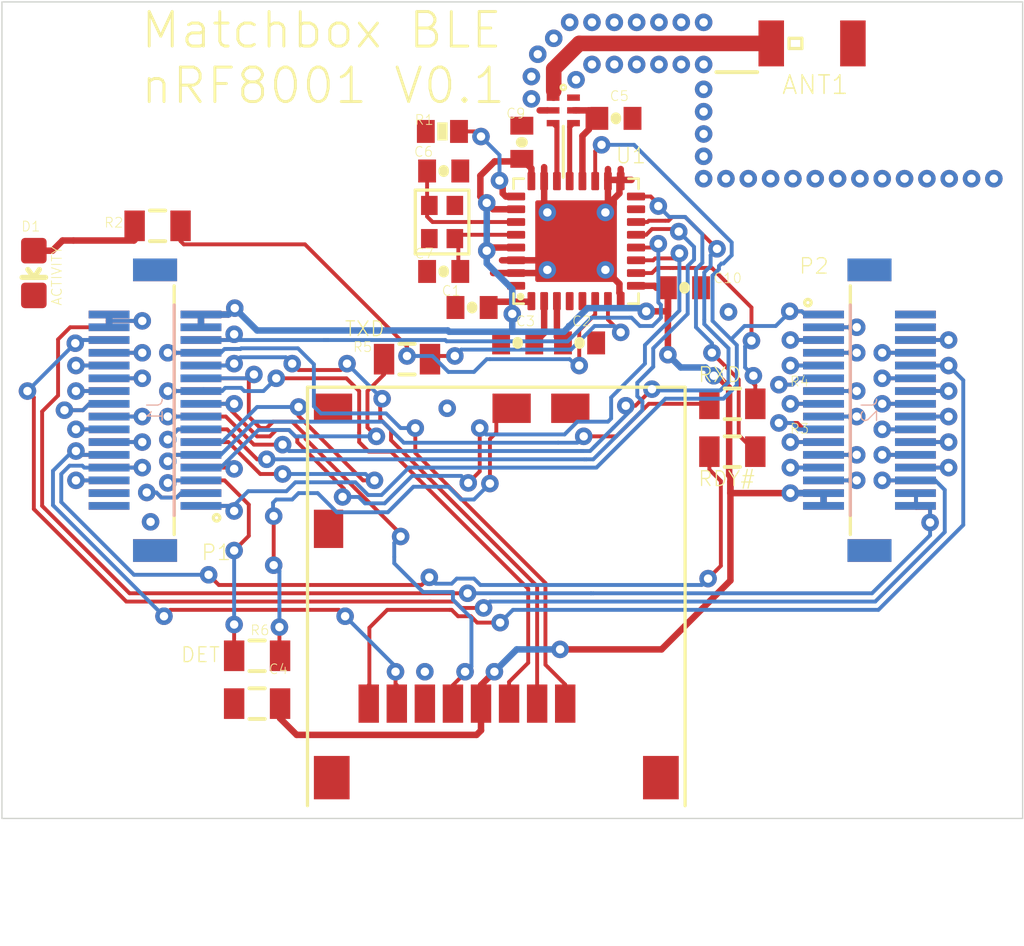
<source format=kicad_pcb>
(kicad_pcb (version 20171130) (host pcbnew 5.1.5+dfsg1-2build2)
  (layers (0 Top signal) (31 Bottom signal) (34 B.Paste user) (35 F.Paste user) (36 B.SilkS user) (37 F.SilkS user) (38 B.Mask user) (39 F.Mask user) (44 Edge.Cuts user))
  (net 0 "")
  (net 1 /VCC)
  (net 2 /VCC_3V3)
  (net 3 /PWR_ON)
  (net 4 /PA4)
  (net 5 /PA0)
  (net 6 /PA5)
  (net 7 /PA1)
  (net 8 /PA6)
  (net 9 /PA2)
  (net 10 /PA7)
  (net 11 /PA3)
  (net 12 /RSV3)
  (net 13 /PB12)
  (net 14 /RSV2)
  (net 15 /PB13)
  (net 16 /PB0)
  (net 17 /PB14)
  (net 18 /PB1)
  (net 19 /PB15)
  (net 20 /PB2)
  (net 21 /PC9)
  (net 22 /PB10)
  (net 23 /PA8)
  (net 24 /PB11)
  (net 25 /PA13)
  (net 26 /RSV1)
  (net 27 /GND)
  (net 28 /RSV0)
  (net 29 /RESET#)
  (net 30 /PA15)
  (net 31 /PC7)
  (net 32 /PC10)
  (net 33 /PC6)
  (net 34 /PC11)
  (net 35 /PC5)
  (net 36 /PC12)
  (net 37 /PC4)
  (net 38 /PD2)
  (net 39 /PC3)
  (net 40 /PB3)
  (net 41 /PC2)
  (net 42 /PB4)
  (net 43 /PC1)
  (net 44 /PB5)
  (net 45 /PC0)
  (net 46 /PA14)
  (net 47 /PC8)
  (net 48 /PB6)
  (net 49 /PA9)
  (net 50 /PB7)
  (net 51 /PC13)
  (net 52 /PB8)
  (net 53 /PB9)
  (net 54 "Net-(U1-Pad32)")
  (net 55 "Net-(C7-Pad1)")
  (net 56 "Net-(C6-Pad1)")
  (net 57 "Net-(R1-Pad1)")
  (net 58 "Net-(U1-Pad22)")
  (net 59 "Net-(U1-Pad21)")
  (net 60 /VDD_PA)
  (net 61 /RDY#)
  (net 62 /RXD)
  (net 63 /TXD)
  (net 64 /ACTIVE)
  (net 65 "Net-(U1-Pad5)")
  (net 66 "Net-(U1-Pad4)")
  (net 67 "Net-(C2-Pad1)")
  (net 68 "Net-(C3-Pad1)")
  (net 69 "Net-(ANT1-Pad1)")
  (net 70 "Net-(U5-Pad6)")
  (net 71 "Net-(ANT1-Pad2)")
  (net 72 /DET)
  (net 73 "Net-(D1-PadA)")
  (module "" (layer Top) (at 131.5011 92.0036)
    (fp_text reference @HOLE0 hide)
    (fp_text value "" (at 0 0) (layer F.SilkS) (effects (font (size 1.27 1.27))))
    (pad "" np_thru_hole circle (at 0 0) (size 2.5 2.5) (drill 2.5) (layers *.Cu *.Mask))
  )
  (module "" (layer Top) (at 165.5011 92.0036)
    (fp_text reference @HOLE1 hide)
    (fp_text value "" (at 0 0) (layer F.SilkS) (effects (font (size 1.27 1.27))))
    (pad "" np_thru_hole circle (at 0 0) (size 2.5 2.5) (drill 2.5) (layers *.Cu *.Mask))
  )
  (module "" (layer Top) (at 165.5011 118.0036)
    (fp_text reference @HOLE2 hide)
    (fp_text value "" (at 0 0) (layer F.SilkS) (effects (font (size 1.27 1.27))))
    (pad "" np_thru_hole circle (at 0 0) (size 2.5 2.5) (drill 2.5) (layers *.Cu *.Mask))
  )
  (module "" (layer Top) (at 131.5011 118.0036)
    (fp_text reference @HOLE3 hide)
    (fp_text value "" (at 0 0) (layer F.SilkS) (effects (font (size 1.27 1.27))))
    (pad "" np_thru_hole circle (at 0 0) (size 2.5 2.5) (drill 2.5) (layers *.Cu *.Mask))
  )
  (module matchbox_ble_v10:DF12-32-DP (layer Top) (at 162.5011 105.0036 270)
    (fp_text reference P2 (at -5.65 2.175) (layer F.SilkS) (effects (font (size 0.60325 0.60325) (thickness 0.04826))))
    (fp_text value DF12-32-DP hide)
    (pad "" np_thru_hole circle (at 4.8 -1.5 270) (size 0.6 0.6) (drill 0.6) (layers *.Cu *.Mask))
    (pad "" np_thru_hole circle (at -4.8 -1.5 270) (size 0.6 0.6) (drill 0.6) (layers *.Cu *.Mask))
    (pad F2 smd rect (at 5.5 0 270) (size 0.889 1.7272) (layers Top F.Paste F.Mask))
    (pad F1 smd rect (at -5.5 0 270) (size 0.889 1.7272) (layers Top F.Paste F.Mask))
    (pad 32 smd rect (at 3.75 -1.8001 270) (size 0.3 1.6) (layers Top F.Mask) (net 1 /VCC))
    (pad 31 smd rect (at 3.75 1.8001 270) (size 0.3 1.6) (layers Top F.Mask) (net 2 /VCC_3V3))
    (pad 30 smd rect (at 3.25 -1.8001 270) (size 0.3 1.6) (layers Top F.Mask) (net 1 /VCC))
    (pad 29 smd rect (at 3.25 1.8001 270) (size 0.3 1.6) (layers Top F.Mask) (net 2 /VCC_3V3))
    (pad 28 smd rect (at 2.75 -1.8001 270) (size 0.3 1.6) (layers Top F.Mask) (net 3 /PWR_ON))
    (pad 27 smd rect (at 2.75 1.8001 270) (size 0.3 1.6) (layers Top F.Mask) (net 4 /PA4))
    (pad 26 smd rect (at 2.25 -1.8001 270) (size 0.3 1.6) (layers Top F.Mask) (net 5 /PA0))
    (pad 25 smd rect (at 2.25 1.8001 270) (size 0.3 1.6) (layers Top F.Mask) (net 6 /PA5))
    (pad 24 smd rect (at 1.75 -1.8001 270) (size 0.3 1.6) (layers Top F.Mask) (net 7 /PA1))
    (pad 23 smd rect (at 1.75 1.8001 270) (size 0.3 1.6) (layers Top F.Mask) (net 8 /PA6))
    (pad 22 smd rect (at 1.25 -1.8001 270) (size 0.3 1.6) (layers Top F.Mask) (net 9 /PA2))
    (pad 21 smd rect (at 1.25 1.8001 270) (size 0.3 1.6) (layers Top F.Mask) (net 10 /PA7))
    (pad 20 smd rect (at 0.75 -1.8001 270) (size 0.3 1.6) (layers Top F.Mask) (net 11 /PA3))
    (pad 19 smd rect (at 0.75 1.8001 270) (size 0.3 1.6) (layers Top F.Mask) (net 12 /RSV3))
    (pad 18 smd rect (at 0.25 -1.8001 270) (size 0.3 1.6) (layers Top F.Mask) (net 13 /PB12))
    (pad 17 smd rect (at 0.25 1.8001 270) (size 0.3 1.6) (layers Top F.Mask) (net 14 /RSV2))
    (pad 16 smd rect (at -0.25 -1.8001 270) (size 0.3 1.6) (layers Top F.Mask) (net 15 /PB13))
    (pad 15 smd rect (at -0.25 1.8001 270) (size 0.3 1.6) (layers Top F.Mask) (net 16 /PB0))
    (pad 14 smd rect (at -0.75 -1.8001 270) (size 0.3 1.6) (layers Top F.Mask) (net 17 /PB14))
    (pad 13 smd rect (at -0.75 1.8001 270) (size 0.3 1.6) (layers Top F.Mask) (net 18 /PB1))
    (pad 12 smd rect (at -1.25 -1.8001 270) (size 0.3 1.6) (layers Top F.Mask) (net 19 /PB15))
    (pad 11 smd rect (at -1.25 1.8001 270) (size 0.3 1.6) (layers Top F.Mask) (net 20 /PB2))
    (pad 10 smd rect (at -1.75 -1.8001 270) (size 0.3 1.6) (layers Top F.Mask) (net 21 /PC9))
    (pad 9 smd rect (at -1.75 1.8001 270) (size 0.3 1.6) (layers Top F.Mask) (net 22 /PB10))
    (pad 8 smd rect (at -2.25 -1.8001 270) (size 0.3 1.6) (layers Top F.Mask) (net 23 /PA8))
    (pad 7 smd rect (at -2.25 1.8001 270) (size 0.3 1.6) (layers Top F.Mask) (net 24 /PB11))
    (pad 6 smd rect (at -2.75 -1.8001 270) (size 0.3 1.6) (layers Top F.Mask) (net 25 /PA13))
    (pad 5 smd rect (at -2.75 1.8001 270) (size 0.3 1.6) (layers Top F.Mask) (net 26 /RSV1))
    (pad 4 smd rect (at -3.25 -1.8001 270) (size 0.3 1.6) (layers Top F.Mask) (net 27 /GND))
    (pad 3 smd rect (at -3.25 1.8001 270) (size 0.3 1.6) (layers Top F.Mask) (net 28 /RSV0))
    (pad 2 smd rect (at -3.75 -1.8001 270) (size 0.3 1.6) (layers Top F.Mask) (net 27 /GND))
    (pad 1 smd rect (at -3.75 1.8001 270) (size 0.3 1.6) (layers Top F.Mask) (net 29 /RESET#))
  )
  (module matchbox_ble_v10:DF12-32-DP (layer Top) (at 134.5011 105.0036 90)
    (fp_text reference P1 (at -5.575 2.4) (layer F.SilkS) (effects (font (size 0.60325 0.60325) (thickness 0.04826))))
    (fp_text value DF12-32-DP hide)
    (pad "" np_thru_hole circle (at 4.8 -1.5 90) (size 0.6 0.6) (drill 0.6) (layers *.Cu *.Mask))
    (pad "" np_thru_hole circle (at -4.8 -1.5 90) (size 0.6 0.6) (drill 0.6) (layers *.Cu *.Mask))
    (pad F2 smd rect (at 5.5 0 90) (size 0.889 1.7272) (layers Top F.Paste F.Mask))
    (pad F1 smd rect (at -5.5 0 90) (size 0.889 1.7272) (layers Top F.Paste F.Mask))
    (pad 32 smd rect (at 3.75 -1.8001 90) (size 0.3 1.6) (layers Top F.Mask) (net 1 /VCC))
    (pad 31 smd rect (at 3.75 1.8001 90) (size 0.3 1.6) (layers Top F.Mask) (net 2 /VCC_3V3))
    (pad 30 smd rect (at 3.25 -1.8001 90) (size 0.3 1.6) (layers Top F.Mask) (net 1 /VCC))
    (pad 29 smd rect (at 3.25 1.8001 90) (size 0.3 1.6) (layers Top F.Mask) (net 2 /VCC_3V3))
    (pad 28 smd rect (at 2.75 -1.8001 90) (size 0.3 1.6) (layers Top F.Mask) (net 3 /PWR_ON))
    (pad 27 smd rect (at 2.75 1.8001 90) (size 0.3 1.6) (layers Top F.Mask) (net 30 /PA15))
    (pad 26 smd rect (at 2.25 -1.8001 90) (size 0.3 1.6) (layers Top F.Mask) (net 31 /PC7))
    (pad 25 smd rect (at 2.25 1.8001 90) (size 0.3 1.6) (layers Top F.Mask) (net 32 /PC10))
    (pad 24 smd rect (at 1.75 -1.8001 90) (size 0.3 1.6) (layers Top F.Mask) (net 33 /PC6))
    (pad 23 smd rect (at 1.75 1.8001 90) (size 0.3 1.6) (layers Top F.Mask) (net 34 /PC11))
    (pad 22 smd rect (at 1.25 -1.8001 90) (size 0.3 1.6) (layers Top F.Mask) (net 35 /PC5))
    (pad 21 smd rect (at 1.25 1.8001 90) (size 0.3 1.6) (layers Top F.Mask) (net 36 /PC12))
    (pad 20 smd rect (at 0.75 -1.8001 90) (size 0.3 1.6) (layers Top F.Mask) (net 37 /PC4))
    (pad 19 smd rect (at 0.75 1.8001 90) (size 0.3 1.6) (layers Top F.Mask) (net 38 /PD2))
    (pad 18 smd rect (at 0.25 -1.8001 90) (size 0.3 1.6) (layers Top F.Mask) (net 39 /PC3))
    (pad 17 smd rect (at 0.25 1.8001 90) (size 0.3 1.6) (layers Top F.Mask) (net 40 /PB3))
    (pad 16 smd rect (at -0.25 -1.8001 90) (size 0.3 1.6) (layers Top F.Mask) (net 41 /PC2))
    (pad 15 smd rect (at -0.25 1.8001 90) (size 0.3 1.6) (layers Top F.Mask) (net 42 /PB4))
    (pad 14 smd rect (at -0.75 -1.8001 90) (size 0.3 1.6) (layers Top F.Mask) (net 43 /PC1))
    (pad 13 smd rect (at -0.75 1.8001 90) (size 0.3 1.6) (layers Top F.Mask) (net 44 /PB5))
    (pad 12 smd rect (at -1.25 -1.8001 90) (size 0.3 1.6) (layers Top F.Mask) (net 45 /PC0))
    (pad 11 smd rect (at -1.25 1.8001 90) (size 0.3 1.6) (layers Top F.Mask) (net 46 /PA14))
    (pad 10 smd rect (at -1.75 -1.8001 90) (size 0.3 1.6) (layers Top F.Mask) (net 47 /PC8))
    (pad 9 smd rect (at -1.75 1.8001 90) (size 0.3 1.6) (layers Top F.Mask) (net 48 /PB6))
    (pad 8 smd rect (at -2.25 -1.8001 90) (size 0.3 1.6) (layers Top F.Mask) (net 49 /PA9))
    (pad 7 smd rect (at -2.25 1.8001 90) (size 0.3 1.6) (layers Top F.Mask) (net 50 /PB7))
    (pad 6 smd rect (at -2.75 -1.8001 90) (size 0.3 1.6) (layers Top F.Mask) (net 51 /PC13))
    (pad 5 smd rect (at -2.75 1.8001 90) (size 0.3 1.6) (layers Top F.Mask) (net 52 /PB8))
    (pad 4 smd rect (at -3.25 -1.8001 90) (size 0.3 1.6) (layers Top F.Mask) (net 27 /GND))
    (pad 3 smd rect (at -3.25 1.8001 90) (size 0.3 1.6) (layers Top F.Mask) (net 53 /PB9))
    (pad 2 smd rect (at -3.75 -1.8001 90) (size 0.3 1.6) (layers Top F.Mask) (net 27 /GND))
    (pad 1 smd rect (at -3.75 1.8001 90) (size 0.3 1.6) (layers Top F.Mask) (net 29 /RESET#))
  )
  (module matchbox_ble_v10:DF12-32-DS (layer Bottom) (at 134.5011 105.0036 90)
    (fp_text reference J1 (at 0 0 90) (layer B.SilkS) (effects (font (size 0.60325 0.60325) (thickness 0.0508)) (justify mirror)))
    (fp_text value DF12-32-DS hide)
    (pad "" np_thru_hole circle (at 4.8 1.5 90) (size 0.6 0.6) (drill 0.6) (layers *.Cu *.Mask))
    (pad "" np_thru_hole circle (at -4.8 1.5 90) (size 0.6 0.6) (drill 0.6) (layers *.Cu *.Mask))
    (pad F2 smd rect (at 5.5 0 90) (size 0.889 1.7272) (layers Bottom B.Paste B.Mask))
    (pad F1 smd rect (at -5.5 0 90) (size 0.889 1.7272) (layers Bottom B.Paste B.Mask))
    (pad 32 smd rect (at 3.75 -1.8001 90) (size 0.3 1.6) (layers Bottom B.Mask) (net 1 /VCC))
    (pad 31 smd rect (at 3.75 1.8001 90) (size 0.3 1.6) (layers Bottom B.Mask) (net 2 /VCC_3V3))
    (pad 30 smd rect (at 3.25 -1.8001 90) (size 0.3 1.6) (layers Bottom B.Mask) (net 1 /VCC))
    (pad 29 smd rect (at 3.25 1.8001 90) (size 0.3 1.6) (layers Bottom B.Mask) (net 2 /VCC_3V3))
    (pad 28 smd rect (at 2.75 -1.8001 90) (size 0.3 1.6) (layers Bottom B.Mask) (net 3 /PWR_ON))
    (pad 27 smd rect (at 2.75 1.8001 90) (size 0.3 1.6) (layers Bottom B.Mask) (net 30 /PA15))
    (pad 26 smd rect (at 2.25 -1.8001 90) (size 0.3 1.6) (layers Bottom B.Mask) (net 31 /PC7))
    (pad 25 smd rect (at 2.25 1.8001 90) (size 0.3 1.6) (layers Bottom B.Mask) (net 32 /PC10))
    (pad 24 smd rect (at 1.75 -1.8001 90) (size 0.3 1.6) (layers Bottom B.Mask) (net 33 /PC6))
    (pad 23 smd rect (at 1.75 1.8001 90) (size 0.3 1.6) (layers Bottom B.Mask) (net 34 /PC11))
    (pad 22 smd rect (at 1.25 -1.8001 90) (size 0.3 1.6) (layers Bottom B.Mask) (net 35 /PC5))
    (pad 21 smd rect (at 1.25 1.8001 90) (size 0.3 1.6) (layers Bottom B.Mask) (net 36 /PC12))
    (pad 20 smd rect (at 0.75 -1.8001 90) (size 0.3 1.6) (layers Bottom B.Mask) (net 37 /PC4))
    (pad 19 smd rect (at 0.75 1.8001 90) (size 0.3 1.6) (layers Bottom B.Mask) (net 38 /PD2))
    (pad 18 smd rect (at 0.25 -1.8001 90) (size 0.3 1.6) (layers Bottom B.Mask) (net 39 /PC3))
    (pad 17 smd rect (at 0.25 1.8001 90) (size 0.3 1.6) (layers Bottom B.Mask) (net 40 /PB3))
    (pad 16 smd rect (at -0.25 -1.8001 90) (size 0.3 1.6) (layers Bottom B.Mask) (net 41 /PC2))
    (pad 15 smd rect (at -0.25 1.8001 90) (size 0.3 1.6) (layers Bottom B.Mask) (net 42 /PB4))
    (pad 14 smd rect (at -0.75 -1.8001 90) (size 0.3 1.6) (layers Bottom B.Mask) (net 43 /PC1))
    (pad 13 smd rect (at -0.75 1.8001 90) (size 0.3 1.6) (layers Bottom B.Mask) (net 44 /PB5))
    (pad 12 smd rect (at -1.25 -1.8001 90) (size 0.3 1.6) (layers Bottom B.Mask) (net 45 /PC0))
    (pad 11 smd rect (at -1.25 1.8001 90) (size 0.3 1.6) (layers Bottom B.Mask) (net 46 /PA14))
    (pad 10 smd rect (at -1.75 -1.8001 90) (size 0.3 1.6) (layers Bottom B.Mask) (net 47 /PC8))
    (pad 9 smd rect (at -1.75 1.8001 90) (size 0.3 1.6) (layers Bottom B.Mask) (net 48 /PB6))
    (pad 8 smd rect (at -2.25 -1.8001 90) (size 0.3 1.6) (layers Bottom B.Mask) (net 49 /PA9))
    (pad 7 smd rect (at -2.25 1.8001 90) (size 0.3 1.6) (layers Bottom B.Mask) (net 50 /PB7))
    (pad 6 smd rect (at -2.75 -1.8001 90) (size 0.3 1.6) (layers Bottom B.Mask) (net 51 /PC13))
    (pad 5 smd rect (at -2.75 1.8001 90) (size 0.3 1.6) (layers Bottom B.Mask) (net 52 /PB8))
    (pad 4 smd rect (at -3.25 -1.8001 90) (size 0.3 1.6) (layers Bottom B.Mask) (net 27 /GND))
    (pad 3 smd rect (at -3.25 1.8001 90) (size 0.3 1.6) (layers Bottom B.Mask) (net 53 /PB9))
    (pad 2 smd rect (at -3.75 -1.8001 90) (size 0.3 1.6) (layers Bottom B.Mask) (net 27 /GND))
    (pad 1 smd rect (at -3.75 1.8001 90) (size 0.3 1.6) (layers Bottom B.Mask) (net 29 /RESET#))
  )
  (module matchbox_ble_v10:DF12-32-DS (layer Bottom) (at 162.5011 105.0036 270)
    (fp_text reference J2 (at 0 0 270) (layer B.SilkS) (effects (font (size 0.60325 0.60325) (thickness 0.0508)) (justify mirror)))
    (fp_text value DF12-32-DS hide)
    (pad "" np_thru_hole circle (at 4.8 1.5 270) (size 0.6 0.6) (drill 0.6) (layers *.Cu *.Mask))
    (pad "" np_thru_hole circle (at -4.8 1.5 270) (size 0.6 0.6) (drill 0.6) (layers *.Cu *.Mask))
    (pad F2 smd rect (at 5.5 0 270) (size 0.889 1.7272) (layers Bottom B.Paste B.Mask))
    (pad F1 smd rect (at -5.5 0 270) (size 0.889 1.7272) (layers Bottom B.Paste B.Mask))
    (pad 32 smd rect (at 3.75 -1.8001 270) (size 0.3 1.6) (layers Bottom B.Mask) (net 1 /VCC))
    (pad 31 smd rect (at 3.75 1.8001 270) (size 0.3 1.6) (layers Bottom B.Mask) (net 2 /VCC_3V3))
    (pad 30 smd rect (at 3.25 -1.8001 270) (size 0.3 1.6) (layers Bottom B.Mask) (net 1 /VCC))
    (pad 29 smd rect (at 3.25 1.8001 270) (size 0.3 1.6) (layers Bottom B.Mask) (net 2 /VCC_3V3))
    (pad 28 smd rect (at 2.75 -1.8001 270) (size 0.3 1.6) (layers Bottom B.Mask) (net 3 /PWR_ON))
    (pad 27 smd rect (at 2.75 1.8001 270) (size 0.3 1.6) (layers Bottom B.Mask) (net 4 /PA4))
    (pad 26 smd rect (at 2.25 -1.8001 270) (size 0.3 1.6) (layers Bottom B.Mask) (net 5 /PA0))
    (pad 25 smd rect (at 2.25 1.8001 270) (size 0.3 1.6) (layers Bottom B.Mask) (net 6 /PA5))
    (pad 24 smd rect (at 1.75 -1.8001 270) (size 0.3 1.6) (layers Bottom B.Mask) (net 7 /PA1))
    (pad 23 smd rect (at 1.75 1.8001 270) (size 0.3 1.6) (layers Bottom B.Mask) (net 8 /PA6))
    (pad 22 smd rect (at 1.25 -1.8001 270) (size 0.3 1.6) (layers Bottom B.Mask) (net 9 /PA2))
    (pad 21 smd rect (at 1.25 1.8001 270) (size 0.3 1.6) (layers Bottom B.Mask) (net 10 /PA7))
    (pad 20 smd rect (at 0.75 -1.8001 270) (size 0.3 1.6) (layers Bottom B.Mask) (net 11 /PA3))
    (pad 19 smd rect (at 0.75 1.8001 270) (size 0.3 1.6) (layers Bottom B.Mask) (net 12 /RSV3))
    (pad 18 smd rect (at 0.25 -1.8001 270) (size 0.3 1.6) (layers Bottom B.Mask) (net 13 /PB12))
    (pad 17 smd rect (at 0.25 1.8001 270) (size 0.3 1.6) (layers Bottom B.Mask) (net 14 /RSV2))
    (pad 16 smd rect (at -0.25 -1.8001 270) (size 0.3 1.6) (layers Bottom B.Mask) (net 15 /PB13))
    (pad 15 smd rect (at -0.25 1.8001 270) (size 0.3 1.6) (layers Bottom B.Mask) (net 16 /PB0))
    (pad 14 smd rect (at -0.75 -1.8001 270) (size 0.3 1.6) (layers Bottom B.Mask) (net 17 /PB14))
    (pad 13 smd rect (at -0.75 1.8001 270) (size 0.3 1.6) (layers Bottom B.Mask) (net 18 /PB1))
    (pad 12 smd rect (at -1.25 -1.8001 270) (size 0.3 1.6) (layers Bottom B.Mask) (net 19 /PB15))
    (pad 11 smd rect (at -1.25 1.8001 270) (size 0.3 1.6) (layers Bottom B.Mask) (net 20 /PB2))
    (pad 10 smd rect (at -1.75 -1.8001 270) (size 0.3 1.6) (layers Bottom B.Mask) (net 21 /PC9))
    (pad 9 smd rect (at -1.75 1.8001 270) (size 0.3 1.6) (layers Bottom B.Mask) (net 22 /PB10))
    (pad 8 smd rect (at -2.25 -1.8001 270) (size 0.3 1.6) (layers Bottom B.Mask) (net 23 /PA8))
    (pad 7 smd rect (at -2.25 1.8001 270) (size 0.3 1.6) (layers Bottom B.Mask) (net 24 /PB11))
    (pad 6 smd rect (at -2.75 -1.8001 270) (size 0.3 1.6) (layers Bottom B.Mask) (net 25 /PA13))
    (pad 5 smd rect (at -2.75 1.8001 270) (size 0.3 1.6) (layers Bottom B.Mask) (net 26 /RSV1))
    (pad 4 smd rect (at -3.25 -1.8001 270) (size 0.3 1.6) (layers Bottom B.Mask) (net 27 /GND))
    (pad 3 smd rect (at -3.25 1.8001 270) (size 0.3 1.6) (layers Bottom B.Mask) (net 28 /RSV0))
    (pad 2 smd rect (at -3.75 -1.8001 270) (size 0.3 1.6) (layers Bottom B.Mask) (net 27 /GND))
    (pad 1 smd rect (at -3.75 1.8001 270) (size 0.3 1.6) (layers Bottom B.Mask) (net 29 /RESET#))
  )
  (module matchbox_ble_v10:ATMEL_QFN32 (layer Top) (at 151.0011 98.3786 90)
    (fp_text reference U1 (at 3.35 2.15) (layer F.SilkS) (effects (font (size 0.60325 0.60325) (thickness 0.04826))))
    (fp_text value NRF8001 hide)
    (pad EXP smd roundrect (at 0 0 90) (size 3.2 3.2) (layers Top F.Mask) (roundrect_rratio 0.025) (net 27 /GND))
    (pad 32 smd roundrect (at -1.75 -2.3508) (size 0.7112 0.3048) (layers Top F.Mask) (roundrect_rratio 0.15) (net 54 "Net-(U1-Pad32)"))
    (pad 31 smd roundrect (at -1.25 -2.3508) (size 0.7112 0.3048) (layers Top F.Mask) (roundrect_rratio 0.15) (net 27 /GND))
    (pad 30 smd roundrect (at -0.75 -2.3508) (size 0.7112 0.3048) (layers Top F.Mask) (roundrect_rratio 0.15) (net 27 /GND))
    (pad 29 smd roundrect (at -0.25 -2.3508) (size 0.7112 0.3048) (layers Top F.Mask) (roundrect_rratio 0.15) (net 2 /VCC_3V3))
    (pad 28 smd roundrect (at 0.25 -2.3508) (size 0.7112 0.3048) (layers Top F.Mask) (roundrect_rratio 0.15) (net 55 "Net-(C7-Pad1)"))
    (pad 27 smd roundrect (at 0.75 -2.3508) (size 0.7112 0.3048) (layers Top F.Mask) (roundrect_rratio 0.15) (net 56 "Net-(C6-Pad1)"))
    (pad 26 smd roundrect (at 1.25 -2.3508) (size 0.7112 0.3048) (layers Top F.Mask) (roundrect_rratio 0.15) (net 2 /VCC_3V3))
    (pad 25 smd roundrect (at 1.75 -2.3508) (size 0.7112 0.3048) (layers Top F.Mask) (roundrect_rratio 0.15) (net 57 "Net-(R1-Pad1)"))
    (pad 24 smd roundrect (at 2.3508 -1.75 270) (size 0.7112 0.3048) (layers Top F.Mask) (roundrect_rratio 0.15) (net 2 /VCC_3V3))
    (pad 23 smd roundrect (at 2.3508 -1.25 270) (size 0.7112 0.3048) (layers Top F.Mask) (roundrect_rratio 0.15) (net 27 /GND))
    (pad 22 smd roundrect (at 2.3508 -0.75 270) (size 0.7112 0.3048) (layers Top F.Mask) (roundrect_rratio 0.15) (net 58 "Net-(U1-Pad22)"))
    (pad 21 smd roundrect (at 2.3508 -0.25 270) (size 0.7112 0.3048) (layers Top F.Mask) (roundrect_rratio 0.15) (net 59 "Net-(U1-Pad21)"))
    (pad 20 smd roundrect (at 2.3508 0.25 270) (size 0.7112 0.3048) (layers Top F.Mask) (roundrect_rratio 0.15) (net 60 /VDD_PA))
    (pad 19 smd roundrect (at 2.3508 0.75 270) (size 0.7112 0.3048) (layers Top F.Mask) (roundrect_rratio 0.15) (net 29 /RESET#))
    (pad 18 smd roundrect (at 2.3508 1.25 270) (size 0.7112 0.3048) (layers Top F.Mask) (roundrect_rratio 0.15) (net 27 /GND))
    (pad 17 smd roundrect (at 2.3508 1.75 270) (size 0.7112 0.3048) (layers Top F.Mask) (roundrect_rratio 0.15) (net 27 /GND))
    (pad 16 smd roundrect (at 1.75 2.3508 180) (size 0.7112 0.3048) (layers Top F.Mask) (roundrect_rratio 0.15) (net 61 /RDY#))
    (pad 15 smd roundrect (at 1.25 2.3508 180) (size 0.7112 0.3048) (layers Top F.Mask) (roundrect_rratio 0.15))
    (pad 14 smd roundrect (at 0.75 2.3508 180) (size 0.7112 0.3048) (layers Top F.Mask) (roundrect_rratio 0.15) (net 42 /PB4))
    (pad 13 smd roundrect (at 0.25 2.3508 180) (size 0.7112 0.3048) (layers Top F.Mask) (roundrect_rratio 0.15) (net 44 /PB5))
    (pad 12 smd roundrect (at -0.25 2.3508 180) (size 0.7112 0.3048) (layers Top F.Mask) (roundrect_rratio 0.15) (net 30 /PA15))
    (pad 11 smd roundrect (at -0.75 2.3508 180) (size 0.7112 0.3048) (layers Top F.Mask) (roundrect_rratio 0.15) (net 40 /PB3))
    (pad 10 smd roundrect (at -1.25 2.3508 180) (size 0.7112 0.3048) (layers Top F.Mask) (roundrect_rratio 0.15) (net 62 /RXD))
    (pad 9 smd roundrect (at -1.75 2.3508 180) (size 0.7112 0.3048) (layers Top F.Mask) (roundrect_rratio 0.15) (net 2 /VCC_3V3))
    (pad 8 smd roundrect (at -2.3508 1.75 90) (size 0.7112 0.3048) (layers Top F.Mask) (roundrect_rratio 0.15) (net 27 /GND))
    (pad 7 smd roundrect (at -2.3508 1.25 90) (size 0.7112 0.3048) (layers Top F.Mask) (roundrect_rratio 0.15) (net 63 /TXD))
    (pad 6 smd roundrect (at -2.3508 0.75 90) (size 0.7112 0.3048) (layers Top F.Mask) (roundrect_rratio 0.15) (net 64 /ACTIVE))
    (pad 5 smd roundrect (at -2.3508 0.25 90) (size 0.7112 0.3048) (layers Top F.Mask) (roundrect_rratio 0.15) (net 65 "Net-(U1-Pad5)"))
    (pad 4 smd roundrect (at -2.3508 -0.25 90) (size 0.7112 0.3048) (layers Top F.Mask) (roundrect_rratio 0.15) (net 66 "Net-(U1-Pad4)"))
    (pad 3 smd roundrect (at -2.3508 -0.75 90) (size 0.7112 0.3048) (layers Top F.Mask) (roundrect_rratio 0.15) (net 67 "Net-(C2-Pad1)"))
    (pad 2 smd roundrect (at -2.3508 -1.25 90) (size 0.7112 0.3048) (layers Top F.Mask) (roundrect_rratio 0.15) (net 68 "Net-(C3-Pad1)"))
    (pad 1 smd roundrect (at -2.3508 -1.75 90) (size 0.7112 0.3048) (layers Top F.Mask) (roundrect_rratio 0.15) (net 2 /VCC_3V3))
  )
  (module matchbox_ble_v10:0402-CAP (layer Top) (at 151.1386 102.3661)
    (fp_text reference C2 (at -0.314 -0.6235) (layer F.SilkS) (effects (font (size 0.38608 0.38608) (thickness 0.030886)) (justify left bottom)))
    (fp_text value 33nF)
    (pad 2 smd rect (at 0.65 0) (size 0.7 0.9) (layers Top F.Paste F.Mask) (net 27 /GND))
    (pad 1 smd rect (at -0.65 0) (size 0.7 0.9) (layers Top F.Paste F.Mask) (net 67 "Net-(C2-Pad1)"))
  )
  (module matchbox_ble_v10:0402-CAP (layer Top) (at 148.7136 102.3661 180)
    (fp_text reference C3 (at 0.089 0.6235) (layer F.SilkS) (effects (font (size 0.38608 0.38608) (thickness 0.030886)) (justify left bottom)))
    (fp_text value 100nF)
    (pad 2 smd rect (at 0.65 0 180) (size 0.7 0.9) (layers Top F.Paste F.Mask) (net 27 /GND))
    (pad 1 smd rect (at -0.65 0 180) (size 0.7 0.9) (layers Top F.Paste F.Mask) (net 68 "Net-(C3-Pad1)"))
  )
  (module matchbox_ble_v10:0402-RES (layer Top) (at 145.7636 94.0786 180)
    (fp_text reference R1 (at 1.111 0.2265) (layer F.SilkS) (effects (font (size 0.38608 0.38608) (thickness 0.030886)) (justify left bottom)))
    (fp_text value 22K)
    (pad 2 smd rect (at 0.65 0 180) (size 0.7 0.9) (layers Top F.Paste F.Mask) (net 27 /GND))
    (pad 1 smd rect (at -0.65 0 180) (size 0.7 0.9) (layers Top F.Paste F.Mask) (net 57 "Net-(R1-Pad1)"))
  )
  (module matchbox_ble_v10:2450BM14A0002 (layer Top) (at 150.5011 93.2536 90)
    (fp_text reference U5)
    (fp_text value 2450BM14A0002 hide)
    (pad 1 smd rect (at 0.5 -0.4 180) (size 0.5 0.25) (layers Top F.Paste F.Mask) (net 69 "Net-(ANT1-Pad1)"))
    (pad 2 smd rect (at 0 -0.4 180) (size 0.5 0.25) (layers Top F.Paste F.Mask) (net 27 /GND))
    (pad 3 smd rect (at -0.5 -0.4 180) (size 0.5 0.25) (layers Top F.Paste F.Mask) (net 58 "Net-(U1-Pad22)"))
    (pad 6 smd rect (at 0.5 0.4 180) (size 0.5 0.25) (layers Top F.Paste F.Mask) (net 70 "Net-(U5-Pad6)"))
    (pad 5 smd rect (at 0 0.4 180) (size 0.5 0.25) (layers Top F.Paste F.Mask) (net 60 /VDD_PA))
    (pad 4 smd rect (at -0.5 0.4 180) (size 0.5 0.25) (layers Top F.Paste F.Mask) (net 59 "Net-(U1-Pad21)"))
  )
  (module matchbox_ble_v10:0402-CAP (layer Top) (at 152.5636 93.5661)
    (fp_text reference C5 (at -0.264 -0.6485) (layer F.SilkS) (effects (font (size 0.38608 0.38608) (thickness 0.030886)) (justify left bottom)))
    (fp_text value 2.2nF)
    (pad 2 smd rect (at 0.65 0) (size 0.7 0.9) (layers Top F.Paste F.Mask) (net 27 /GND))
    (pad 1 smd rect (at -0.65 0) (size 0.7 0.9) (layers Top F.Paste F.Mask) (net 60 /VDD_PA))
  )
  (module matchbox_ble_v10:ABM11 (layer Top) (at 145.7511 97.6286 270)
    (fp_text reference Y1)
    (fp_text value 8Y-16.000MAAV-T hide)
    (pad 4 smd rect (at -0.65 -0.5 270) (size 0.75 0.65) (layers Top F.Paste F.Mask) (net 27 /GND))
    (pad 3 smd rect (at 0.65 -0.5 270) (size 0.75 0.65) (layers Top F.Paste F.Mask) (net 55 "Net-(C7-Pad1)"))
    (pad 2 smd rect (at 0.65 0.5 270) (size 0.75 0.65) (layers Top F.Paste F.Mask) (net 27 /GND))
    (pad 1 smd rect (at -0.65 0.5 270) (size 0.75 0.65) (layers Top F.Paste F.Mask) (net 56 "Net-(C6-Pad1)"))
  )
  (module matchbox_ble_v10:0402-CAP (layer Top) (at 145.8136 95.6286)
    (fp_text reference C6 (at -1.186 -0.5265) (layer F.SilkS) (effects (font (size 0.38608 0.38608) (thickness 0.030886)) (justify left bottom)))
    (fp_text value 8.2pF)
    (pad 2 smd rect (at 0.65 0) (size 0.7 0.9) (layers Top F.Paste F.Mask) (net 27 /GND))
    (pad 1 smd rect (at -0.65 0) (size 0.7 0.9) (layers Top F.Paste F.Mask) (net 56 "Net-(C6-Pad1)"))
  )
  (module matchbox_ble_v10:0402-CAP (layer Top) (at 145.8136 99.5661 180)
    (fp_text reference C7 (at 1.161 0.4765) (layer F.SilkS) (effects (font (size 0.38608 0.38608) (thickness 0.030886)) (justify left bottom)))
    (fp_text value 8.2pF)
    (pad 2 smd rect (at 0.65 0 180) (size 0.7 0.9) (layers Top F.Paste F.Mask) (net 27 /GND))
    (pad 1 smd rect (at -0.65 0 180) (size 0.7 0.9) (layers Top F.Paste F.Mask) (net 55 "Net-(C7-Pad1)"))
  )
  (module matchbox_ble_v10:2450AT18A100 (layer Top) (at 160.2511 90.6286 180)
    (fp_text reference ANT1 (at -0.125 -1.625) (layer F.SilkS) (effects (font (size 0.7239 0.7239) (thickness 0.057912))))
    (fp_text value ANT1 hide)
    (pad 1 smd rect (at 1.6 0 180) (size 1 1.8) (layers Top F.Paste F.Mask) (net 69 "Net-(ANT1-Pad1)"))
    (pad 2 smd rect (at -1.6 0 180) (size 1 1.8) (layers Top F.Paste F.Mask) (net 71 "Net-(ANT1-Pad2)"))
  )
  (module matchbox_ble_v10:0402-CAP (layer Top) (at 146.9261 100.9786 180)
    (fp_text reference C1 (at 1.211 0.4265) (layer F.SilkS) (effects (font (size 0.38608 0.38608) (thickness 0.030886)) (justify left bottom)))
    (fp_text value 100nF)
    (pad 2 smd rect (at 0.65 0 180) (size 0.7 0.9) (layers Top F.Paste F.Mask) (net 27 /GND))
    (pad 1 smd rect (at -0.65 0 180) (size 0.7 0.9) (layers Top F.Paste F.Mask) (net 2 /VCC_3V3))
  )
  (module matchbox_ble_v10:0402-CAP (layer Top) (at 148.8761 94.5036 90)
    (fp_text reference C9 (at 0.9015 -0.636) (layer F.SilkS) (effects (font (size 0.38608 0.38608) (thickness 0.030886)) (justify left bottom)))
    (fp_text value 1nF)
    (pad 2 smd rect (at 0.65 0 90) (size 0.7 0.9) (layers Top F.Paste F.Mask) (net 27 /GND))
    (pad 1 smd rect (at -0.65 0 90) (size 0.7 0.9) (layers Top F.Paste F.Mask) (net 2 /VCC_3V3))
  )
  (module matchbox_ble_v10:0402-CAP (layer Top) (at 155.2511 100.2036)
    (fp_text reference C10 (at 1.111 -0.1485) (layer F.SilkS) (effects (font (size 0.38608 0.38608) (thickness 0.030886)) (justify left bottom)))
    (fp_text value 100nF)
    (pad 2 smd rect (at 0.65 0) (size 0.7 0.9) (layers Top F.Paste F.Mask) (net 27 /GND))
    (pad 1 smd rect (at -0.65 0) (size 0.7 0.9) (layers Top F.Paste F.Mask) (net 2 /VCC_3V3))
  )
  (module matchbox_ble_v10:MOLEX_MICROSD_PP (layer Top) (at 147.8761 120.2536 180)
    (fp_text reference U$1 hide)
    (fp_text value MOLEX_MICROSD_PP hide)
    (pad DET smd rect (at -0.6 15.325 180) (size 1.5 1.15) (layers Top F.Paste F.Mask) (net 72 /DET))
    (pad M3 smd rect (at -2.9 15.325 180) (size 1.5 1.15) (layers Top F.Paste F.Mask) (net 27 /GND))
    (pad M4 smd rect (at 6.4 15.325 180) (size 1.5 1.15) (layers Top F.Paste F.Mask) (net 27 /GND))
    (pad M5 smd rect (at 6.575 10.6 180) (size 1.15 1.5) (layers Top F.Paste F.Mask) (net 27 /GND))
    (pad 8 smd rect (at 5 3.75 180) (size 0.8 1.5) (layers Top F.Paste F.Mask) (net 21 /PC9))
    (pad 7 smd rect (at 3.9 3.75 180) (size 0.8 1.5) (layers Top F.Paste F.Mask) (net 47 /PC8))
    (pad 6 smd rect (at 2.8 3.75 180) (size 0.8 1.5) (layers Top F.Paste F.Mask) (net 27 /GND))
    (pad 5 smd rect (at 1.7 3.75 180) (size 0.8 1.5) (layers Top F.Paste F.Mask) (net 36 /PC12))
    (pad 4 smd rect (at 0.6 3.75 180) (size 0.8 1.5) (layers Top F.Paste F.Mask) (net 2 /VCC_3V3))
    (pad 3 smd rect (at -0.5 3.75 180) (size 0.8 1.5) (layers Top F.Paste F.Mask) (net 38 /PD2))
    (pad 2 smd rect (at -1.6 3.75 180) (size 0.8 1.5) (layers Top F.Paste F.Mask) (net 34 /PC11))
    (pad 1 smd rect (at -2.7 3.75 180) (size 0.8 1.5) (layers Top F.Paste F.Mask) (net 32 /PC10))
    (pad M2 smd rect (at 6.45 0.85 180) (size 1.4 1.7) (layers Top F.Paste F.Mask) (net 27 /GND))
    (pad M1 smd rect (at -6.45 0.85 180) (size 1.4 1.7) (layers Top F.Paste F.Mask) (net 27 /GND))
  )
  (module matchbox_ble_v10:LED-0603 (layer Top) (at 129.7511 99.6286 180)
    (fp_text reference D1 (at 0.514 1.5985) (layer F.SilkS) (effects (font (size 0.38608 0.38608) (thickness 0.030886)) (justify left bottom)))
    (fp_text value BLUE)
    (pad A smd roundrect (at 0 0.877 180) (size 1 1) (layers Top F.Paste F.Mask) (roundrect_rratio 0.15) (net 73 "Net-(D1-PadA)"))
    (pad C smd roundrect (at 0 -0.877 180) (size 1 1) (layers Top F.Paste F.Mask) (roundrect_rratio 0.15) (net 27 /GND))
  )
  (module matchbox_ble_v10:0805 (layer Top) (at 134.6011 97.7786)
    (fp_text reference R2 (at -2.114 0.1015) (layer F.SilkS) (effects (font (size 0.38608 0.38608) (thickness 0.030886)) (justify left bottom)))
    (fp_text value 1K)
    (pad 2 smd rect (at 0.9 0) (size 0.8 1.2) (layers Top F.Paste F.Mask) (net 64 /ACTIVE))
    (pad 1 smd rect (at -0.9 0) (size 0.8 1.2) (layers Top F.Paste F.Mask) (net 73 "Net-(D1-PadA)"))
  )
  (module matchbox_ble_v10:0805 (layer Top) (at 138.5011 116.5036 180)
    (fp_text reference C4 (at -0.437 1.1245) (layer F.SilkS) (effects (font (size 0.38608 0.38608) (thickness 0.030886)) (justify left bottom)))
    (fp_text value 1uF)
    (pad 2 smd rect (at 0.9 0 180) (size 0.8 1.2) (layers Top F.Paste F.Mask) (net 27 /GND))
    (pad 1 smd rect (at -0.9 0 180) (size 0.8 1.2) (layers Top F.Paste F.Mask) (net 2 /VCC_3V3))
  )
  (module matchbox_ble_v10:0805 (layer Top) (at 157.1261 106.6286)
    (fp_text reference R3 (at 2.237 -0.6745) (layer F.SilkS) (effects (font (size 0.38608 0.38608) (thickness 0.030886)) (justify left bottom)))
    (fp_text value 0K)
    (pad 2 smd rect (at 0.9 0) (size 0.8 1.2) (layers Top F.Paste F.Mask) (net 61 /RDY#))
    (pad 1 smd rect (at -0.9 0) (size 0.8 1.2) (layers Top F.Paste F.Mask) (net 49 /PA9))
  )
  (module matchbox_ble_v10:0805 (layer Top) (at 157.1261 104.7536)
    (fp_text reference R4 (at 2.237 -0.6495) (layer F.SilkS) (effects (font (size 0.38608 0.38608) (thickness 0.030886)) (justify left bottom)))
    (fp_text value 0K)
    (pad 2 smd rect (at 0.9 0) (size 0.8 1.2) (layers Top F.Paste F.Mask) (net 62 /RXD))
    (pad 1 smd rect (at -0.9 0) (size 0.8 1.2) (layers Top F.Paste F.Mask) (net 48 /PB6))
  )
  (module matchbox_ble_v10:0805 (layer Top) (at 144.3761 103.0036)
    (fp_text reference R5 (at -2.137 -0.2505) (layer F.SilkS) (effects (font (size 0.38608 0.38608) (thickness 0.030886)) (justify left bottom)))
    (fp_text value 0K)
    (pad 2 smd rect (at 0.9 0) (size 0.8 1.2) (layers Top F.Paste F.Mask) (net 63 /TXD))
    (pad 1 smd rect (at -0.9 0) (size 0.8 1.2) (layers Top F.Paste F.Mask) (net 50 /PB7))
  )
  (module matchbox_ble_v10:0805 (layer Top) (at 138.5011 114.6286)
    (fp_text reference R6 (at -0.287 -0.7755) (layer F.SilkS) (effects (font (size 0.38608 0.38608) (thickness 0.030886)) (justify left bottom)))
    (fp_text value 0K)
    (pad 2 smd rect (at 0.9 0) (size 0.8 1.2) (layers Top F.Paste F.Mask) (net 72 /DET))
    (pad 1 smd rect (at -0.9 0) (size 0.8 1.2) (layers Top F.Paste F.Mask) (net 52 /PB8))
  )
  (gr_line (start 128.5011 121.0036) (end 168.5011 121.0036) (layer Edge.Cuts) (width 0.05))
  (gr_line (start 168.5011 121.0036) (end 168.5011 89.0036) (layer Edge.Cuts) (width 0.05))
  (gr_line (start 168.5011 89.0036) (end 128.5011 89.0036) (layer Edge.Cuts) (width 0.05))
  (gr_line (start 128.5011 89.0036) (end 128.5011 121.0036) (layer Edge.Cuts) (width 0.05))
  (gr_text "Matchbox BLE\nnRF8001 V0.1" (at 133.8761 93.0786) (layer F.SilkS) (effects (font (size 1.35128 1.35128) (thickness 0.113792)) (justify left bottom)))
  (gr_line (start 150.5011 93.8786) (end 150.5011 95.8786) (layer F.SilkS) (width 0.12))
  (gr_line (start 156.5011 91.7536) (end 158.1011 91.7536) (layer F.SilkS) (width 0.1524))
  (gr_text ACTIVITY (at 130.8761 100.9286 90) (layer F.SilkS) (effects (font (size 0.38608 0.38608) (thickness 0.032512)) (justify left bottom)))
  (gr_text RDY# (at 155.7511 108.0286) (layer F.SilkS) (effects (font (size 0.57912 0.57912) (thickness 0.048768)) (justify left bottom)))
  (gr_text RXD (at 155.7511 103.9536) (layer F.SilkS) (effects (font (size 0.57912 0.57912) (thickness 0.048768)) (justify left bottom)))
  (gr_text TXD (at 141.9011 102.1536) (layer F.SilkS) (effects (font (size 0.57912 0.57912) (thickness 0.048768)) (justify left bottom)))
  (gr_text DET (at 135.4761 114.9286) (layer F.SilkS) (effects (font (size 0.57912 0.57912) (thickness 0.048768)) (justify left bottom)))
  (segment (start 136.3012 101.7536) (end 136.3012 101.2536) (width 0.254) (layer Top) (net 2))
  (segment (start 149.2511 96.0278) (end 149.2511 95.5286) (width 0.254) (layer Top) (net 2))
  (segment (start 149.2511 95.5286) (end 148.8761 95.1536) (width 0.254) (layer Top) (net 2))
  (segment (start 148.6503 97.1286) (end 147.7511 97.1286) (width 0.254) (layer Top) (net 2))
  (segment (start 147.7511 97.1286) (end 147.5011 96.8786) (width 0.254) (layer Top) (net 2))
  (via (at 147.5011 96.8786) (size 0.6858) (drill 0.3302) (layers Top Bottom) (net 2))
  (segment (start 147.5011 96.8786) (end 147.5011 98.7536) (width 0.254) (layer Bottom) (net 2))
  (via (at 147.5011 98.7536) (size 0.6858) (drill 0.3302) (layers Top Bottom) (net 2))
  (segment (start 147.5011 98.7536) (end 147.6261 98.6286) (width 0.254) (layer Top) (net 2))
  (segment (start 147.6261 98.6286) (end 148.6503 98.6286) (width 0.254) (layer Top) (net 2))
  (segment (start 148.8761 95.2536) (end 147.810115 95.2536) (width 0.254) (layer Top) (net 2))
  (segment (start 147.810115 95.2536) (end 147.2511 95.812616) (width 0.254) (layer Top) (net 2))
  (segment (start 147.2511 95.812616) (end 147.2511 96.6286) (width 0.254) (layer Top) (net 2))
  (segment (start 147.2511 96.6286) (end 147.5011 96.8786) (width 0.254) (layer Top) (net 2))
  (segment (start 154.6011 101.1286) (end 153.7511 101.1286) (width 0.254) (layer Top) (net 2))
  (segment (start 154.6011 101.1286) (end 154.6011 100.2036) (width 0.254) (layer Top) (net 2))
  (via (at 153.7511 101.1286) (size 0.6858) (drill 0.3302) (layers Top Bottom) (net 2))
  (segment (start 148.8761 95.2536) (end 148.8761 95.1536) (width 0.254) (layer Top) (net 2))
  (segment (start 137.3761 101.2536) (end 137.6261 101.0036) (width 0.254) (layer Top) (net 2))
  (segment (start 136.3012 101.2536) (end 137.3761 101.2536) (width 0.254) (layer Top) (net 2))
  (segment (start 136.3012 101.7536) (end 136.3012 101.2536) (width 0.254) (layer Bottom) (net 2))
  (via (at 137.6261 101.0036) (size 0.6858) (drill 0.3302) (layers Top Bottom) (net 2))
  (segment (start 137.6261 101.0036) (end 137.3761 101.2536) (width 0.254) (layer Bottom) (net 2))
  (segment (start 137.3761 101.2536) (end 136.3012 101.2536) (width 0.254) (layer Bottom) (net 2))
  (segment (start 138.5011 101.8786) (end 145.9761 101.8786) (width 0.254) (layer Bottom) (net 2))
  (segment (start 137.6261 101.0036) (end 138.5011 101.8786) (width 0.254) (layer Bottom) (net 2))
  (segment (start 139.4011 117.0786) (end 140.0511 117.7286) (width 0.254) (layer Top) (net 2))
  (segment (start 139.4011 116.5036) (end 139.4011 117.0786) (width 0.254) (layer Top) (net 2))
  (segment (start 147.1011 117.7286) (end 140.0511 117.7286) (width 0.254) (layer Top) (net 2))
  (segment (start 147.2761 117.5536) (end 147.1011 117.7286) (width 0.254) (layer Top) (net 2))
  (segment (start 147.2761 116.5036) (end 147.2761 117.5536) (width 0.254) (layer Top) (net 2))
  (segment (start 150.3761 114.3786) (end 154.3511 114.3786) (width 0.254) (layer Top) (net 2))
  (segment (start 148.6761 114.3786) (end 150.3761 114.3786) (width 0.254) (layer Bottom) (net 2))
  (segment (start 147.8011 115.2536) (end 148.6761 114.3786) (width 0.254) (layer Bottom) (net 2))
  (segment (start 147.2761 115.7786) (end 147.8011 115.2536) (width 0.254) (layer Top) (net 2))
  (segment (start 147.2761 116.5036) (end 147.2761 115.7786) (width 0.254) (layer Top) (net 2))
  (via (at 150.3761 114.3786) (size 0.6858) (drill 0.3302) (layers Top Bottom) (net 2))
  (via (at 147.8011 115.2536) (size 0.6858) (drill 0.3302) (layers Top Bottom) (net 2))
  (via (at 154.6011 102.8286) (size 0.6858) (drill 0.3302) (layers Top Bottom) (net 2))
  (via (at 156.4011 103.6536) (size 0.6858) (drill 0.3302) (layers Top Bottom) (net 2))
  (segment (start 160.6761 108.2536) (end 160.701 108.2536) (width 0.254) (layer Bottom) (net 2))
  (segment (start 160.701 108.2536) (end 160.701 108.7536) (width 0.254) (layer Top) (net 2))
  (segment (start 160.701 108.7536) (end 160.701 108.2536) (width 0.254) (layer Bottom) (net 2))
  (segment (start 148.5011 101.2286) (end 148.5011 100.2536) (width 0.254) (layer Bottom) (net 2))
  (segment (start 148.5011 100.2536) (end 147.5011 99.2536) (width 0.254) (layer Bottom) (net 2))
  (segment (start 147.5011 99.2536) (end 147.5011 98.7536) (width 0.254) (layer Bottom) (net 2))
  (segment (start 160.701 108.2536) (end 159.4011 108.2536) (width 0.254) (layer Top) (net 2))
  (via (at 159.4011 108.2536) (size 0.6858) (drill 0.3302) (layers Top Bottom) (net 2))
  (segment (start 159.4011 108.2536) (end 160.701 108.2536) (width 0.254) (layer Bottom) (net 2))
  (segment (start 157.0511 111.6786) (end 157.0511 108.2536) (width 0.254) (layer Top) (net 2))
  (segment (start 157.0511 108.2536) (end 157.0511 107.8036) (width 0.254) (layer Top) (net 2))
  (segment (start 157.0511 107.8036) (end 157.0511 107.6036) (width 0.254) (layer Top) (net 2))
  (segment (start 154.3511 114.3786) (end 157.0511 111.6786) (width 0.254) (layer Top) (net 2))
  (segment (start 157.0511 108.2536) (end 159.4011 108.2536) (width 0.254) (layer Top) (net 2))
  (segment (start 157.0011 107.5536) (end 157.0511 107.6036) (width 0.254) (layer Top) (net 2))
  (segment (start 157.0011 104.1286) (end 157.0011 107.5536) (width 0.254) (layer Top) (net 2))
  (segment (start 156.5261 103.6536) (end 157.0011 104.1286) (width 0.254) (layer Top) (net 2))
  (segment (start 156.4011 103.6536) (end 156.5261 103.6536) (width 0.254) (layer Top) (net 2))
  (segment (start 155.1011 103.3286) (end 156.0761 103.3286) (width 0.254) (layer Bottom) (net 2))
  (segment (start 154.6011 102.8286) (end 155.1011 103.3286) (width 0.254) (layer Bottom) (net 2))
  (segment (start 156.4011 103.6536) (end 156.0761 103.3286) (width 0.254) (layer Bottom) (net 2))
  (segment (start 154.6011 100.2036) (end 154.6011 102.8286) (width 0.254) (layer Top) (net 2))
  (segment (start 154.6011 101.5036) (end 154.6011 100.2036) (width 0.254) (layer Top) (net 2))
  (segment (start 150.7261 101.7286) (end 150.7261 101.7036) (width 0.254) (layer Bottom) (net 2))
  (segment (start 150.5261 101.9286) (end 150.7261 101.7286) (width 0.254) (layer Bottom) (net 2))
  (segment (start 150.7511 101.7036) (end 150.7261 101.7036) (width 0.254) (layer Bottom) (net 2))
  (segment (start 151.4511 101.0036) (end 150.7511 101.7036) (width 0.254) (layer Bottom) (net 2))
  (segment (start 153.6261 101.0036) (end 151.4511 101.0036) (width 0.254) (layer Bottom) (net 2))
  (segment (start 153.6261 101.0036) (end 153.7511 101.1286) (width 0.254) (layer Bottom) (net 2))
  (segment (start 146.0261 101.9286) (end 148.5011 101.9286) (width 0.254) (layer Bottom) (net 2))
  (segment (start 148.5011 101.9286) (end 150.5261 101.9286) (width 0.254) (layer Bottom) (net 2))
  (segment (start 146.0261 101.9286) (end 145.9761 101.8786) (width 0.254) (layer Bottom) (net 2))
  (segment (start 148.5011 101.9286) (end 148.5011 101.2286) (width 0.254) (layer Bottom) (net 2))
  (segment (start 149.2511 100.7536) (end 149.2511 100.7294) (width 0.254) (layer Top) (net 2))
  (segment (start 149.2511 100.7536) (end 148.5011 100.7536) (width 0.254) (layer Top) (net 2))
  (via (at 148.5011 101.2286) (size 0.6858) (drill 0.3302) (layers Top Bottom) (net 2))
  (segment (start 147.5761 100.9786) (end 147.5761 100.7536) (width 0.254) (layer Top) (net 2))
  (segment (start 147.5761 100.7536) (end 148.5011 100.7536) (width 0.254) (layer Top) (net 2))
  (segment (start 148.5011 100.7536) (end 148.5011 100.8536) (width 0.254) (layer Top) (net 2))
  (segment (start 148.5011 100.8536) (end 148.5011 101.2286) (width 0.254) (layer Top) (net 2))
  (segment (start 154.1511 100.2036) (end 154.6011 100.2036) (width 0.254) (layer Top) (net 2))
  (segment (start 154.0761 100.1286) (end 154.1511 100.2036) (width 0.254) (layer Top) (net 2))
  (segment (start 153.3519 100.1286) (end 154.0761 100.1286) (width 0.254) (layer Top) (net 2))
  (segment (start 157.0511 108.2536) (end 157.0511 107.8036) (width 0.254) (layer Top) (net 2))
  (via (at 149.8761 97.2536) (size 0.6858) (drill 0.3302) (layers Top Bottom) (net 27))
  (via (at 156.0011 91.4536) (size 0.6858) (drill 0.3302) (layers Top Bottom) (net 27))
  (via (at 152.1511 99.5036) (size 0.6858) (drill 0.3302) (layers Top Bottom) (net 27))
  (via (at 149.8761 99.5036) (size 0.6858) (drill 0.3302) (layers Top Bottom) (net 27))
  (via (at 155.1261 91.4536) (size 0.6858) (drill 0.3302) (layers Top Bottom) (net 27))
  (via (at 154.2511 91.4536) (size 0.6858) (drill 0.3302) (layers Top Bottom) (net 27))
  (via (at 153.3761 91.4536) (size 0.6858) (drill 0.3302) (layers Top Bottom) (net 27))
  (via (at 152.5011 91.4536) (size 0.6858) (drill 0.3302) (layers Top Bottom) (net 27))
  (via (at 151.6261 91.4536) (size 0.6858) (drill 0.3302) (layers Top Bottom) (net 27))
  (via (at 156.0011 89.8036) (size 0.6858) (drill 0.3302) (layers Top Bottom) (net 27))
  (via (at 155.1261 89.8036) (size 0.6858) (drill 0.3302) (layers Top Bottom) (net 27))
  (via (at 154.2511 89.8036) (size 0.6858) (drill 0.3302) (layers Top Bottom) (net 27))
  (via (at 153.3761 89.8036) (size 0.6858) (drill 0.3302) (layers Top Bottom) (net 27))
  (via (at 152.5011 89.8036) (size 0.6858) (drill 0.3302) (layers Top Bottom) (net 27))
  (via (at 151.6261 89.8036) (size 0.6858) (drill 0.3302) (layers Top Bottom) (net 27))
  (via (at 150.7511 89.8036) (size 0.6858) (drill 0.3302) (layers Top Bottom) (net 27))
  (via (at 150.1261 90.4286) (size 0.6858) (drill 0.3302) (layers Top Bottom) (net 27))
  (segment (start 148.6503 99.6286) (end 148.8261 99.6286) (width 0.254) (layer Top) (net 27))
  (segment (start 148.8261 99.6286) (end 149.7511 99.6286) (width 0.254) (layer Top) (net 27))
  (segment (start 149.7511 99.6286) (end 149.8761 99.5036) (width 0.1524) (layer Top) (net 27))
  (segment (start 149.7511 95.4786) (end 149.7511 97.0536) (width 0.254) (layer Top) (net 27))
  (segment (start 152.7511 100.7294) (end 152.7511 100.4536) (width 0.254) (layer Top) (net 27))
  (segment (start 152.7511 100.4536) (end 152.7011 100.4036) (width 0.254) (layer Top) (net 27))
  (segment (start 152.7011 100.4036) (end 152.7011 100.0536) (width 0.254) (layer Top) (net 27))
  (segment (start 152.7011 100.0536) (end 152.1511 99.5036) (width 0.254) (layer Top) (net 27))
  (segment (start 152.2261 95.9786) (end 152.2511 95.9786) (width 0.254) (layer Top) (net 27))
  (segment (start 152.2511 95.9786) (end 152.5761 95.9786) (width 0.254) (layer Top) (net 27))
  (segment (start 152.5761 95.9786) (end 152.7511 95.9786) (width 0.254) (layer Top) (net 27))
  (segment (start 152.7511 95.9786) (end 152.7761 95.9786) (width 0.254) (layer Top) (net 27))
  (segment (start 147.7503 99.6286) (end 148.8261 99.6286) (width 0.254) (layer Top) (net 27))
  (segment (start 148.1003 99.1286) (end 149.4011 99.1286) (width 0.254) (layer Top) (net 27))
  (segment (start 150.6761 98.3786) (end 151.0011 98.3786) (width 0.1524) (layer Top) (net 27))
  (segment (start 149.8761 97.2536) (end 151.0011 98.3786) (width 0.1524) (layer Top) (net 27))
  (via (at 149.5011 91.0536) (size 0.6858) (drill 0.3302) (layers Top Bottom) (net 27))
  (via (at 156.0011 92.4286) (size 0.6858) (drill 0.3302) (layers Top Bottom) (net 27))
  (via (at 156.0011 93.3036) (size 0.6858) (drill 0.3302) (layers Top Bottom) (net 27))
  (via (at 156.0011 94.1786) (size 0.6858) (drill 0.3302) (layers Top Bottom) (net 27))
  (via (at 156.0011 95.0536) (size 0.6858) (drill 0.3302) (layers Top Bottom) (net 27))
  (via (at 151.0011 92.0536) (size 0.6858) (drill 0.3302) (layers Top Bottom) (net 27))
  (via (at 149.2511 91.9286) (size 0.6858) (drill 0.3302) (layers Top Bottom) (net 27))
  (via (at 149.2511 92.8036) (size 0.6858) (drill 0.3302) (layers Top Bottom) (net 27))
  (via (at 156.8761 95.9286) (size 0.6858) (drill 0.3302) (layers Top Bottom) (net 27))
  (via (at 157.7511 95.9286) (size 0.6858) (drill 0.3302) (layers Top Bottom) (net 27))
  (via (at 158.6261 95.9286) (size 0.6858) (drill 0.3302) (layers Top Bottom) (net 27))
  (via (at 159.5011 95.9286) (size 0.6858) (drill 0.3302) (layers Top Bottom) (net 27))
  (via (at 160.3761 95.9286) (size 0.6858) (drill 0.3302) (layers Top Bottom) (net 27))
  (via (at 161.2511 95.9286) (size 0.6858) (drill 0.3302) (layers Top Bottom) (net 27))
  (via (at 162.1261 95.9286) (size 0.6858) (drill 0.3302) (layers Top Bottom) (net 27))
  (via (at 163.0011 95.9286) (size 0.6858) (drill 0.3302) (layers Top Bottom) (net 27))
  (via (at 163.8761 95.9286) (size 0.6858) (drill 0.3302) (layers Top Bottom) (net 27))
  (via (at 164.7511 95.9286) (size 0.6858) (drill 0.3302) (layers Top Bottom) (net 27))
  (via (at 165.6261 95.9286) (size 0.6858) (drill 0.3302) (layers Top Bottom) (net 27))
  (via (at 166.5011 95.9286) (size 0.6858) (drill 0.3302) (layers Top Bottom) (net 27))
  (via (at 156.0011 95.9286) (size 0.6858) (drill 0.3302) (layers Top Bottom) (net 27))
  (segment (start 149.5761 93.2536) (end 149.8761 93.2536) (width 0.254) (layer Top) (net 27))
  (segment (start 152.7511 95.5536) (end 152.7511 95.9786) (width 0.254) (layer Top) (net 27))
  (segment (start 152.7511 95.9786) (end 152.7011 96.0286) (width 0.254) (layer Top) (net 27))
  (segment (start 152.7011 96.0286) (end 152.7011 96.5036) (width 0.254) (layer Top) (net 27))
  (segment (start 152.7011 96.5036) (end 152.4761 96.7286) (width 0.254) (layer Top) (net 27))
  (segment (start 152.4761 96.7286) (end 152.4761 96.8286) (width 0.254) (layer Top) (net 27))
  (segment (start 152.4761 96.8286) (end 152.4761 96.9286) (width 0.254) (layer Top) (net 27))
  (via (at 167.3761 95.9286) (size 0.6858) (drill 0.3302) (layers Top Bottom) (net 27))
  (segment (start 152.5761 95.9786) (end 152.7511 95.9786) (width 0.1524) (layer Top) (net 27))
  (via (at 145.9511 104.9286) (size 0.6858) (drill 0.3302) (layers Top Bottom) (net 27))
  (via (at 152.1511 97.2536) (size 0.6858) (drill 0.3302) (layers Top Bottom) (net 27))
  (segment (start 152.1511 97.2536) (end 152.4761 96.9286) (width 0.1524) (layer Top) (net 27))
  (via (at 134.3261 109.3786) (size 0.6858) (drill 0.3302) (layers Top Bottom) (net 27))
  (segment (start 152.7511 96.0286) (end 152.7011 96.0286) (width 0.1524) (layer Top) (net 27))
  (segment (start 152.7511 96.0286) (end 152.7511 96.0278) (width 0.1524) (layer Top) (net 27))
  (via (at 145.0761 115.2536) (size 0.6858) (drill 0.3302) (layers Top Bottom) (net 27))
  (via (at 156.9761 101.1536) (size 0.6858) (drill 0.3302) (layers Top Bottom) (net 27))
  (segment (start 152.2511 95.5536) (end 152.2511 95.9036) (width 0.254) (layer Top) (net 27))
  (segment (start 152.2511 95.9036) (end 152.2511 95.9786) (width 0.254) (layer Top) (net 27))
  (segment (start 152.8511 95.9786) (end 153.1761 95.9786) (width 0.254) (layer Top) (net 27))
  (segment (start 152.2511 95.9036) (end 152.2511 96.8036) (width 0.254) (layer Top) (net 27))
  (segment (start 159.4011 107.2536) (end 160.6761 107.2536) (width 0.1524) (layer Top) (net 6))
  (segment (start 160.6761 107.2536) (end 159.4011 107.2536) (width 0.1524) (layer Bottom) (net 6))
  (segment (start 160.6761 107.2536) (end 160.701 107.2536) (width 0.1524) (layer Top) (net 6))
  (segment (start 160.6761 107.2536) (end 160.701 107.2536) (width 0.1524) (layer Bottom) (net 6))
  (via (at 159.4011 107.2536) (size 0.6858) (drill 0.3302) (layers Top Bottom) (net 6))
  (segment (start 162.0011 106.7536) (end 160.7011 106.7536) (width 0.1524) (layer Top) (net 8))
  (segment (start 160.7011 106.7536) (end 162.0011 106.7536) (width 0.1524) (layer Bottom) (net 8))
  (segment (start 160.7011 106.7536) (end 160.701 106.7536) (width 0.1524) (layer Top) (net 8))
  (segment (start 160.7011 106.7536) (end 160.701 106.7536) (width 0.1524) (layer Bottom) (net 8))
  (via (at 162.0011 106.7536) (size 0.6858) (drill 0.3302) (layers Top Bottom) (net 8))
  (segment (start 162.0011 107.7536) (end 160.7011 107.7536) (width 0.1524) (layer Top) (net 4))
  (segment (start 160.7011 107.7536) (end 162.0011 107.7536) (width 0.1524) (layer Bottom) (net 4))
  (segment (start 160.7011 107.7536) (end 160.701 107.7536) (width 0.1524) (layer Top) (net 4))
  (segment (start 160.7011 107.7536) (end 160.701 107.7536) (width 0.1524) (layer Bottom) (net 4))
  (via (at 162.0011 107.7536) (size 0.6858) (drill 0.3302) (layers Top Bottom) (net 4))
  (segment (start 159.4011 106.2536) (end 160.6761 106.2536) (width 0.1524) (layer Top) (net 10))
  (segment (start 160.6761 106.2536) (end 159.4011 106.2536) (width 0.1524) (layer Bottom) (net 10))
  (segment (start 160.6761 106.2536) (end 160.701 106.2536) (width 0.1524) (layer Top) (net 10))
  (segment (start 160.6761 106.2536) (end 160.701 106.2536) (width 0.1524) (layer Bottom) (net 10))
  (via (at 159.4011 106.2536) (size 0.6858) (drill 0.3302) (layers Top Bottom) (net 10))
  (segment (start 165.6011 104.2536) (end 164.3261 104.2536) (width 0.1524) (layer Top) (net 17))
  (segment (start 164.3261 104.2536) (end 165.6011 104.2536) (width 0.1524) (layer Bottom) (net 17))
  (segment (start 164.3261 104.2536) (end 164.3012 104.2536) (width 0.1524) (layer Top) (net 17))
  (segment (start 164.3261 104.2536) (end 164.3012 104.2536) (width 0.1524) (layer Bottom) (net 17))
  (via (at 165.6011 104.2536) (size 0.6858) (drill 0.3302) (layers Top Bottom) (net 17))
  (segment (start 163.0011 103.7536) (end 164.3011 103.7536) (width 0.1524) (layer Top) (net 19))
  (segment (start 164.3011 103.7536) (end 163.0011 103.7536) (width 0.1524) (layer Bottom) (net 19))
  (segment (start 164.3011 103.7536) (end 164.3012 103.7536) (width 0.1524) (layer Top) (net 19))
  (segment (start 164.3011 103.7536) (end 164.3012 103.7536) (width 0.1524) (layer Bottom) (net 19))
  (via (at 163.0011 103.7536) (size 0.6858) (drill 0.3302) (layers Top Bottom) (net 19))
  (segment (start 163.0011 104.7536) (end 164.3011 104.7536) (width 0.1524) (layer Top) (net 15))
  (segment (start 164.3011 104.7536) (end 163.0011 104.7536) (width 0.1524) (layer Bottom) (net 15))
  (segment (start 164.3011 104.7536) (end 164.3012 104.7536) (width 0.1524) (layer Top) (net 15))
  (segment (start 164.3011 104.7536) (end 164.3012 104.7536) (width 0.1524) (layer Bottom) (net 15))
  (via (at 163.0011 104.7536) (size 0.6858) (drill 0.3302) (layers Top Bottom) (net 15))
  (segment (start 165.6011 105.2536) (end 164.3261 105.2536) (width 0.1524) (layer Top) (net 13))
  (segment (start 164.3261 105.2536) (end 165.6011 105.2536) (width 0.1524) (layer Bottom) (net 13))
  (segment (start 164.3261 105.2536) (end 164.3012 105.2536) (width 0.1524) (layer Top) (net 13))
  (segment (start 164.3261 105.2536) (end 164.3012 105.2536) (width 0.1524) (layer Bottom) (net 13))
  (via (at 165.6011 105.2536) (size 0.6858) (drill 0.3302) (layers Top Bottom) (net 13))
  (segment (start 159.4011 103.2536) (end 160.6761 103.2536) (width 0.1524) (layer Top) (net 22))
  (segment (start 160.6761 103.2536) (end 159.4011 103.2536) (width 0.1524) (layer Bottom) (net 22))
  (segment (start 160.6761 103.2536) (end 160.701 103.2536) (width 0.1524) (layer Top) (net 22))
  (segment (start 160.6761 103.2536) (end 160.701 103.2536) (width 0.1524) (layer Bottom) (net 22))
  (via (at 159.4011 103.2536) (size 0.6858) (drill 0.3302) (layers Top Bottom) (net 22))
  (segment (start 162.0011 102.7536) (end 160.7011 102.7536) (width 0.1524) (layer Top) (net 24))
  (segment (start 160.7011 102.7536) (end 162.0011 102.7536) (width 0.1524) (layer Bottom) (net 24))
  (segment (start 160.7011 102.7536) (end 160.701 102.7536) (width 0.1524) (layer Top) (net 24))
  (segment (start 160.7011 102.7536) (end 160.701 102.7536) (width 0.1524) (layer Bottom) (net 24))
  (via (at 162.0011 102.7536) (size 0.6858) (drill 0.3302) (layers Top Bottom) (net 24))
  (segment (start 144.1261 105.7036) (end 144.7011 105.7036) (width 0.1524) (layer Bottom) (net 32))
  (segment (start 137.0761 102.7536) (end 137.2261 102.6036) (width 0.1524) (layer Bottom) (net 32))
  (segment (start 136.3261 102.7536) (end 137.0761 102.7536) (width 0.1524) (layer Bottom) (net 32))
  (segment (start 136.3261 102.7536) (end 136.3012 102.7536) (width 0.1524) (layer Bottom) (net 32))
  (segment (start 135.0011 102.7536) (end 136.3011 102.7536) (width 0.1524) (layer Top) (net 32))
  (segment (start 136.2261 102.7536) (end 135.0011 102.7536) (width 0.1524) (layer Bottom) (net 32))
  (segment (start 136.3011 102.7536) (end 136.3012 102.7536) (width 0.1524) (layer Top) (net 32))
  (segment (start 136.2261 102.7536) (end 136.3012 102.7536) (width 0.1524) (layer Bottom) (net 32))
  (via (at 144.7011 105.7036) (size 0.6858) (drill 0.3302) (layers Top Bottom) (net 32))
  (via (at 135.0011 102.7536) (size 0.6858) (drill 0.3302) (layers Top Bottom) (net 32))
  (segment (start 150.5761 115.7536) (end 149.9011 115.0786) (width 0.1524) (layer Top) (net 32))
  (segment (start 150.5761 116.5036) (end 150.5761 115.7536) (width 0.1524) (layer Top) (net 32))
  (segment (start 149.8011 114.9786) (end 149.9011 115.0786) (width 0.1524) (layer Top) (net 32))
  (segment (start 140.7261 103.2036) (end 140.7261 104.8536) (width 0.1524) (layer Bottom) (net 32))
  (segment (start 140.1011 102.5786) (end 140.7261 103.2036) (width 0.1524) (layer Bottom) (net 32))
  (segment (start 137.8761 102.5786) (end 140.1011 102.5786) (width 0.1524) (layer Bottom) (net 32))
  (segment (start 137.8511 102.6036) (end 137.8761 102.5786) (width 0.1524) (layer Bottom) (net 32))
  (segment (start 137.3011 102.6036) (end 137.8511 102.6036) (width 0.1524) (layer Bottom) (net 32))
  (segment (start 137.3011 102.6036) (end 137.2261 102.6036) (width 0.1524) (layer Bottom) (net 32))
  (segment (start 141.0011 105.1286) (end 140.7261 104.8536) (width 0.1524) (layer Bottom) (net 32))
  (segment (start 143.5511 105.1286) (end 141.0011 105.1286) (width 0.1524) (layer Bottom) (net 32))
  (segment (start 144.0761 105.6536) (end 143.5511 105.1286) (width 0.1524) (layer Bottom) (net 32))
  (segment (start 144.0761 105.6536) (end 144.1261 105.7036) (width 0.1524) (layer Bottom) (net 32))
  (segment (start 149.8011 111.7786) (end 149.8011 114.9036) (width 0.1524) (layer Top) (net 32))
  (segment (start 144.7011 106.6786) (end 149.8011 111.7786) (width 0.1524) (layer Top) (net 32))
  (segment (start 144.7011 105.7036) (end 144.7011 106.6786) (width 0.1524) (layer Top) (net 32))
  (segment (start 149.8011 114.9036) (end 149.8011 114.9786) (width 0.1524) (layer Top) (net 32))
  (segment (start 140.4011 106.1286) (end 142.3261 108.0536) (width 0.1524) (layer Top) (net 36))
  (segment (start 140.4011 105.9786) (end 140.4011 106.1286) (width 0.1524) (layer Top) (net 36))
  (segment (start 138.1761 103.7536) (end 138.2011 103.7786) (width 0.1524) (layer Top) (net 36))
  (segment (start 136.3261 103.7536) (end 138.1761 103.7536) (width 0.1524) (layer Top) (net 36))
  (segment (start 136.3261 103.7536) (end 136.3012 103.7536) (width 0.1524) (layer Top) (net 36))
  (segment (start 138.2261 103.7536) (end 136.3261 103.7536) (width 0.1524) (layer Bottom) (net 36))
  (segment (start 138.3761 103.6036) (end 138.2261 103.7536) (width 0.1524) (layer Bottom) (net 36))
  (segment (start 138.2511 103.7286) (end 138.3761 103.6036) (width 0.1524) (layer Top) (net 36))
  (segment (start 136.3261 103.7536) (end 136.3012 103.7536) (width 0.1524) (layer Bottom) (net 36))
  (segment (start 138.2511 103.7286) (end 138.2011 103.7786) (width 0.1524) (layer Top) (net 36))
  (via (at 138.3761 103.6036) (size 0.6858) (drill 0.3302) (layers Top Bottom) (net 36))
  (segment (start 143.8761 110.2036) (end 143.8761 110.7536) (width 0.1524) (layer Bottom) (net 36))
  (segment (start 144.1261 109.9536) (end 143.8761 110.2036) (width 0.1524) (layer Bottom) (net 36))
  (segment (start 143.8761 111.0036) (end 143.8761 110.7536) (width 0.1524) (layer Bottom) (net 36))
  (segment (start 145.0011 112.1286) (end 143.8761 111.0036) (width 0.1524) (layer Bottom) (net 36))
  (segment (start 146.1261 112.1286) (end 145.0011 112.1286) (width 0.1524) (layer Bottom) (net 36))
  (segment (start 146.1261 112.1286) (end 146.1761 112.1286) (width 0.1524) (layer Bottom) (net 36))
  (via (at 144.1261 109.9536) (size 0.6858) (drill 0.3302) (layers Top Bottom) (net 36))
  (segment (start 142.3761 108.1036) (end 143.1011 108.8286) (width 0.1524) (layer Top) (net 36))
  (segment (start 142.3761 108.1036) (end 142.3261 108.0536) (width 0.1524) (layer Top) (net 36))
  (segment (start 146.9011 115.0536) (end 146.8261 115.1286) (width 0.1524) (layer Bottom) (net 36))
  (segment (start 146.9011 113.1536) (end 146.9011 115.0536) (width 0.1524) (layer Bottom) (net 36))
  (segment (start 146.1761 112.4286) (end 146.9011 113.1536) (width 0.1524) (layer Bottom) (net 36))
  (segment (start 146.1761 112.2036) (end 146.1761 112.4286) (width 0.1524) (layer Bottom) (net 36))
  (segment (start 146.1761 112.2036) (end 146.1761 112.1286) (width 0.1524) (layer Bottom) (net 36))
  (segment (start 146.7761 115.1286) (end 146.8261 115.1286) (width 0.1524) (layer Bottom) (net 36))
  (segment (start 146.6511 115.2536) (end 146.7761 115.1286) (width 0.1524) (layer Bottom) (net 36))
  (segment (start 146.6511 115.3036) (end 146.6511 115.2536) (width 0.1524) (layer Top) (net 36))
  (segment (start 146.1761 115.7786) (end 146.6511 115.3036) (width 0.1524) (layer Top) (net 36))
  (segment (start 146.1761 116.5036) (end 146.1761 115.7786) (width 0.1524) (layer Top) (net 36))
  (via (at 146.6511 115.2536) (size 0.6858) (drill 0.3302) (layers Top Bottom) (net 36))
  (segment (start 143.1011 108.8286) (end 144.1261 109.8536) (width 0.1524) (layer Top) (net 36))
  (segment (start 144.1261 109.8536) (end 144.1261 109.9536) (width 0.1524) (layer Top) (net 36))
  (segment (start 138.8761 105.7036) (end 138.6761 105.7036) (width 0.1524) (layer Top) (net 36))
  (segment (start 139.1261 105.4536) (end 138.8761 105.7036) (width 0.1524) (layer Top) (net 36))
  (segment (start 139.8761 105.4536) (end 139.1261 105.4536) (width 0.1524) (layer Top) (net 36))
  (segment (start 140.3511 105.9286) (end 139.8761 105.4536) (width 0.1524) (layer Top) (net 36))
  (segment (start 140.3511 105.9286) (end 140.4011 105.9786) (width 0.1524) (layer Top) (net 36))
  (segment (start 138.6261 105.7036) (end 138.6761 105.7036) (width 0.1524) (layer Top) (net 36))
  (segment (start 138.1761 105.2536) (end 138.6261 105.7036) (width 0.1524) (layer Top) (net 36))
  (segment (start 138.1761 103.8036) (end 138.1761 105.2536) (width 0.1524) (layer Top) (net 36))
  (segment (start 138.1761 103.8036) (end 138.3761 103.6036) (width 0.1524) (layer Top) (net 36))
  (segment (start 149.4761 111.9036) (end 149.4761 116.5036) (width 0.1524) (layer Top) (net 34))
  (segment (start 136.3261 103.2536) (end 136.8261 103.2536) (width 0.1524) (layer Top) (net 34))
  (segment (start 136.8261 103.2536) (end 137.2011 103.2536) (width 0.1524) (layer Top) (net 34))
  (segment (start 136.3261 103.2536) (end 136.3012 103.2536) (width 0.1524) (layer Top) (net 34))
  (segment (start 137.5261 103.2536) (end 136.3261 103.2536) (width 0.1524) (layer Bottom) (net 34))
  (segment (start 137.6011 103.1786) (end 137.5261 103.2536) (width 0.1524) (layer Bottom) (net 34))
  (segment (start 136.3261 103.2536) (end 136.3012 103.2536) (width 0.1524) (layer Bottom) (net 34))
  (via (at 137.6011 103.1786) (size 0.6858) (drill 0.3302) (layers Top Bottom) (net 34))
  (segment (start 137.6011 103.1786) (end 137.5261 103.2536) (width 0.1524) (layer Top) (net 34))
  (segment (start 137.5261 103.2536) (end 136.8261 103.2536) (width 0.1524) (layer Top) (net 34))
  (segment (start 139.6261 102.9286) (end 139.8761 103.1786) (width 0.1524) (layer Bottom) (net 34))
  (segment (start 137.8511 102.9286) (end 139.6261 102.9286) (width 0.1524) (layer Bottom) (net 34))
  (segment (start 137.6011 103.1786) (end 137.8511 102.9286) (width 0.1524) (layer Bottom) (net 34))
  (via (at 139.8761 103.1786) (size 0.6858) (drill 0.3302) (layers Top Bottom) (net 34))
  (segment (start 143.3261 105.3536) (end 143.3261 104.9036) (width 0.1524) (layer Top) (net 34))
  (segment (start 143.3261 104.6286) (end 143.3261 104.9036) (width 0.1524) (layer Top) (net 34))
  (segment (start 143.4011 104.5536) (end 143.3261 104.6286) (width 0.1524) (layer Top) (net 34))
  (segment (start 142.0261 103.1786) (end 143.4011 104.5536) (width 0.1524) (layer Bottom) (net 34))
  (segment (start 141.7761 103.4286) (end 142.0261 103.1786) (width 0.1524) (layer Top) (net 34))
  (segment (start 140.1261 103.4286) (end 141.7761 103.4286) (width 0.1524) (layer Top) (net 34))
  (segment (start 139.8761 103.1786) (end 140.1261 103.4286) (width 0.1524) (layer Top) (net 34))
  (via (at 143.4011 104.5536) (size 0.6858) (drill 0.3302) (layers Top Bottom) (net 34))
  (via (at 142.0261 103.1786) (size 0.6858) (drill 0.3302) (layers Top Bottom) (net 34))
  (segment (start 143.7511 105.7786) (end 143.7511 106.1786) (width 0.1524) (layer Top) (net 34))
  (segment (start 143.3761 105.4036) (end 143.7511 105.7786) (width 0.1524) (layer Top) (net 34))
  (segment (start 143.3761 105.4036) (end 143.3261 105.3536) (width 0.1524) (layer Top) (net 34))
  (segment (start 149.4011 111.8286) (end 143.7511 106.1786) (width 0.1524) (layer Top) (net 34))
  (segment (start 149.4011 111.8286) (end 149.4761 111.9036) (width 0.1524) (layer Top) (net 34))
  (segment (start 166.1761 103.8286) (end 166.1761 109.5036) (width 0.1524) (layer Bottom) (net 21))
  (segment (start 165.4261 103.2536) (end 165.6011 103.2536) (width 0.1524) (layer Bottom) (net 21))
  (segment (start 165.6011 103.2536) (end 166.1761 103.8286) (width 0.1524) (layer Bottom) (net 21))
  (segment (start 164.3261 103.2536) (end 165.4261 103.2536) (width 0.1524) (layer Bottom) (net 21))
  (segment (start 164.3261 103.2536) (end 164.3012 103.2536) (width 0.1524) (layer Bottom) (net 21))
  (segment (start 165.6011 103.2536) (end 164.3261 103.2536) (width 0.1524) (layer Top) (net 21))
  (segment (start 164.3261 103.2536) (end 164.3012 103.2536) (width 0.1524) (layer Top) (net 21))
  (via (at 165.6011 103.2536) (size 0.6858) (drill 0.3302) (layers Top Bottom) (net 21))
  (segment (start 146.3761 113.0786) (end 146.1261 112.8286) (width 0.1524) (layer Top) (net 21))
  (segment (start 146.8761 113.0786) (end 146.3761 113.0786) (width 0.1524) (layer Top) (net 21))
  (segment (start 147.1261 113.3286) (end 146.8761 113.0786) (width 0.1524) (layer Top) (net 21))
  (segment (start 148.0261 113.3286) (end 147.1261 113.3286) (width 0.1524) (layer Top) (net 21))
  (segment (start 148.5261 112.8286) (end 148.0261 113.3286) (width 0.1524) (layer Bottom) (net 21))
  (segment (start 162.8511 112.8286) (end 148.5261 112.8286) (width 0.1524) (layer Bottom) (net 21))
  (segment (start 166.1261 109.5536) (end 162.8511 112.8286) (width 0.1524) (layer Bottom) (net 21))
  (segment (start 166.1261 109.5536) (end 166.1761 109.5036) (width 0.1524) (layer Bottom) (net 21))
  (via (at 148.0261 113.3286) (size 0.6858) (drill 0.3302) (layers Top Bottom) (net 21))
  (segment (start 142.9011 115.7536) (end 142.9011 113.5286) (width 0.1524) (layer Top) (net 21))
  (segment (start 142.8761 115.7786) (end 142.9011 115.7536) (width 0.1524) (layer Top) (net 21))
  (segment (start 142.8761 116.5036) (end 142.8761 115.7786) (width 0.1524) (layer Top) (net 21))
  (segment (start 143.6011 112.8286) (end 142.9011 113.5286) (width 0.1524) (layer Top) (net 21))
  (segment (start 146.0511 112.8286) (end 143.6011 112.8286) (width 0.1524) (layer Top) (net 21))
  (segment (start 146.0511 112.8286) (end 146.1261 112.8286) (width 0.1524) (layer Top) (net 21))
  (segment (start 154.0761 98.6286) (end 153.3761 98.6286) (width 0.1524) (layer Top) (net 30))
  (segment (start 154.2261 98.4786) (end 154.0761 98.6286) (width 0.1524) (layer Top) (net 30))
  (segment (start 154.2261 100.7786) (end 154.2261 98.4786) (width 0.1524) (layer Bottom) (net 30))
  (segment (start 154.3261 100.8786) (end 154.2261 100.7786) (width 0.1524) (layer Bottom) (net 30))
  (segment (start 154.3261 101.3786) (end 154.3261 100.8786) (width 0.1524) (layer Bottom) (net 30))
  (segment (start 136.3261 102.2536) (end 137.6011 102.2536) (width 0.1524) (layer Bottom) (net 30))
  (segment (start 153.3761 98.6286) (end 153.3519 98.6286) (width 0.1524) (layer Top) (net 30))
  (segment (start 136.3261 102.2536) (end 136.3012 102.2536) (width 0.1524) (layer Bottom) (net 30))
  (segment (start 137.6011 102.2536) (end 136.3261 102.2536) (width 0.1524) (layer Top) (net 30))
  (segment (start 137.6011 102.0286) (end 137.6011 102.2536) (width 0.1524) (layer Top) (net 30))
  (segment (start 137.6011 102.1786) (end 137.6011 102.0286) (width 0.1524) (layer Bottom) (net 30))
  (segment (start 136.3261 102.2536) (end 136.3012 102.2536) (width 0.1524) (layer Top) (net 30))
  (segment (start 137.6011 102.1786) (end 137.6011 102.2536) (width 0.1524) (layer Bottom) (net 30))
  (via (at 154.2261 98.4786) (size 0.6858) (drill 0.3302) (layers Top Bottom) (net 30))
  (via (at 137.6011 102.0286) (size 0.6858) (drill 0.3302) (layers Top Bottom) (net 30))
  (segment (start 153.5011 101.7036) (end 153.1761 101.3786) (width 0.1524) (layer Bottom) (net 30))
  (segment (start 154.0011 101.7036) (end 153.5011 101.7036) (width 0.1524) (layer Bottom) (net 30))
  (segment (start 154.2761 101.4286) (end 154.0011 101.7036) (width 0.1524) (layer Bottom) (net 30))
  (segment (start 154.2761 101.4286) (end 154.3261 101.3786) (width 0.1524) (layer Bottom) (net 30))
  (segment (start 137.6011 102.2536) (end 141.1261 102.2536) (width 0.1524) (layer Bottom) (net 30))
  (segment (start 137.6011 102.2536) (end 137.6011 102.0286) (width 0.1524) (layer Bottom) (net 30))
  (segment (start 141.2011 102.2536) (end 141.1261 102.2536) (width 0.1524) (layer Bottom) (net 30))
  (segment (start 150.6761 102.3036) (end 150.6011 102.3036) (width 0.1524) (layer Bottom) (net 30))
  (segment (start 151.6011 101.3786) (end 150.6761 102.3036) (width 0.1524) (layer Bottom) (net 30))
  (segment (start 153.1011 101.3786) (end 151.6011 101.3786) (width 0.1524) (layer Bottom) (net 30))
  (segment (start 153.1011 101.3786) (end 153.1761 101.3786) (width 0.1524) (layer Bottom) (net 30))
  (segment (start 145.9261 102.3036) (end 150.6011 102.3036) (width 0.1524) (layer Bottom) (net 30))
  (segment (start 145.8761 102.2536) (end 145.9261 102.3036) (width 0.1524) (layer Bottom) (net 30))
  (segment (start 141.2761 102.2536) (end 145.8761 102.2536) (width 0.1524) (layer Bottom) (net 30))
  (segment (start 141.2761 102.2536) (end 141.2011 102.2536) (width 0.1524) (layer Bottom) (net 30))
  (segment (start 131.4011 104.2536) (end 132.6761 104.2536) (width 0.1524) (layer Top) (net 37))
  (segment (start 132.6761 104.2536) (end 131.4011 104.2536) (width 0.1524) (layer Bottom) (net 37))
  (segment (start 132.6761 104.2536) (end 132.701 104.2536) (width 0.1524) (layer Top) (net 37))
  (segment (start 132.6761 104.2536) (end 132.701 104.2536) (width 0.1524) (layer Bottom) (net 37))
  (via (at 131.4011 104.2536) (size 0.6858) (drill 0.3302) (layers Top Bottom) (net 37))
  (segment (start 153.8511 104.7536) (end 156.2261 104.7536) (width 0.1524) (layer Top) (net 48))
  (segment (start 152.5761 106.0286) (end 153.8511 104.7536) (width 0.1524) (layer Top) (net 48))
  (segment (start 151.3011 106.0286) (end 152.5761 106.0286) (width 0.1524) (layer Top) (net 48))
  (segment (start 144.2511 106.2786) (end 147.4761 106.2786) (width 0.1524) (layer Bottom) (net 48))
  (segment (start 143.4261 105.4536) (end 144.2511 106.2786) (width 0.1524) (layer Bottom) (net 48))
  (segment (start 138.3761 105.4536) (end 143.4261 105.4536) (width 0.1524) (layer Bottom) (net 48))
  (segment (start 137.0761 106.7536) (end 138.3761 105.4536) (width 0.1524) (layer Bottom) (net 48))
  (segment (start 136.3261 106.7536) (end 137.0761 106.7536) (width 0.1524) (layer Bottom) (net 48))
  (segment (start 136.3261 106.7536) (end 136.3012 106.7536) (width 0.1524) (layer Bottom) (net 48))
  (segment (start 135.2511 106.7536) (end 136.3011 106.7536) (width 0.1524) (layer Top) (net 48))
  (segment (start 135.0011 107.0036) (end 135.2511 106.7536) (width 0.1524) (layer Top) (net 48))
  (segment (start 135.0261 106.9786) (end 135.0011 107.0036) (width 0.1524) (layer Bottom) (net 48))
  (segment (start 135.2511 106.7536) (end 135.0261 106.9786) (width 0.1524) (layer Bottom) (net 48))
  (segment (start 136.2761 106.7536) (end 135.2511 106.7536) (width 0.1524) (layer Bottom) (net 48))
  (segment (start 136.3011 106.7536) (end 136.3012 106.7536) (width 0.1524) (layer Top) (net 48))
  (segment (start 136.2761 106.7536) (end 136.3012 106.7536) (width 0.1524) (layer Bottom) (net 48))
  (via (at 151.3011 106.0286) (size 0.6858) (drill 0.3302) (layers Top Bottom) (net 48))
  (via (at 135.0011 107.0036) (size 0.6858) (drill 0.3302) (layers Top Bottom) (net 48))
  (segment (start 147.5511 106.2786) (end 150.3011 106.2786) (width 0.1524) (layer Bottom) (net 48))
  (segment (start 147.5511 106.2786) (end 147.4761 106.2786) (width 0.1524) (layer Bottom) (net 48))
  (segment (start 151.0511 106.2786) (end 150.3011 106.2786) (width 0.1524) (layer Bottom) (net 48))
  (segment (start 151.3011 106.0286) (end 151.0511 106.2786) (width 0.1524) (layer Bottom) (net 48))
  (segment (start 140.0011 106.0286) (end 143.1761 106.0286) (width 0.1524) (layer Bottom) (net 50))
  (segment (start 139.7511 105.7786) (end 140.0011 106.0286) (width 0.1524) (layer Bottom) (net 50))
  (segment (start 138.5511 105.7786) (end 139.7511 105.7786) (width 0.1524) (layer Bottom) (net 50))
  (segment (start 137.0761 107.2536) (end 137.3136 107.0161) (width 0.1524) (layer Bottom) (net 50))
  (segment (start 137.3136 107.0161) (end 138.5511 105.7786) (width 0.1524) (layer Bottom) (net 50))
  (segment (start 136.3261 107.2536) (end 137.0761 107.2536) (width 0.1524) (layer Bottom) (net 50))
  (segment (start 136.3261 107.2536) (end 136.3012 107.2536) (width 0.1524) (layer Bottom) (net 50))
  (segment (start 137.5511 107.2536) (end 136.3261 107.2536) (width 0.1524) (layer Top) (net 50))
  (segment (start 137.6011 107.3036) (end 137.5511 107.2536) (width 0.1524) (layer Top) (net 50))
  (segment (start 137.3511 107.0536) (end 137.6011 107.3036) (width 0.1524) (layer Bottom) (net 50))
  (segment (start 136.3261 107.2536) (end 136.3012 107.2536) (width 0.1524) (layer Top) (net 50))
  (segment (start 137.3511 107.0536) (end 137.3136 107.0161) (width 0.1524) (layer Bottom) (net 50))
  (via (at 143.1761 106.0286) (size 0.6858) (drill 0.3302) (layers Top Bottom) (net 50))
  (via (at 137.6011 107.3036) (size 0.6858) (drill 0.3302) (layers Top Bottom) (net 50))
  (segment (start 142.8261 104.2536) (end 142.8511 104.2286) (width 0.1524) (layer Top) (net 50))
  (segment (start 142.8261 105.6786) (end 142.8261 104.2536) (width 0.1524) (layer Top) (net 50))
  (segment (start 143.1761 106.0286) (end 142.8261 105.6786) (width 0.1524) (layer Top) (net 50))
  (segment (start 143.4761 103.6036) (end 142.8511 104.2286) (width 0.1524) (layer Top) (net 50))
  (segment (start 143.4761 103.0036) (end 143.4761 103.6036) (width 0.1524) (layer Top) (net 50))
  (segment (start 134.0011 103.7536) (end 132.7011 103.7536) (width 0.1524) (layer Top) (net 35))
  (segment (start 132.7011 103.7536) (end 134.0011 103.7536) (width 0.1524) (layer Bottom) (net 35))
  (segment (start 132.7011 103.7536) (end 132.701 103.7536) (width 0.1524) (layer Top) (net 35))
  (segment (start 132.7011 103.7536) (end 132.701 103.7536) (width 0.1524) (layer Bottom) (net 35))
  (via (at 134.0011 103.7536) (size 0.6858) (drill 0.3302) (layers Top Bottom) (net 35))
  (segment (start 159.4011 104.7536) (end 160.6761 104.7536) (width 0.1524) (layer Top) (net 16))
  (segment (start 160.6761 104.7536) (end 159.4011 104.7536) (width 0.1524) (layer Bottom) (net 16))
  (segment (start 160.6761 104.7536) (end 160.701 104.7536) (width 0.1524) (layer Top) (net 16))
  (segment (start 160.6761 104.7536) (end 160.701 104.7536) (width 0.1524) (layer Bottom) (net 16))
  (via (at 159.4011 104.7536) (size 0.6858) (drill 0.3302) (layers Top Bottom) (net 16))
  (segment (start 162.0011 104.2536) (end 160.7011 104.2536) (width 0.1524) (layer Top) (net 18))
  (segment (start 160.7011 104.2536) (end 162.0011 104.2536) (width 0.1524) (layer Bottom) (net 18))
  (segment (start 160.7011 104.2536) (end 160.701 104.2536) (width 0.1524) (layer Top) (net 18))
  (segment (start 160.7011 104.2536) (end 160.701 104.2536) (width 0.1524) (layer Bottom) (net 18))
  (via (at 162.0011 104.2536) (size 0.6858) (drill 0.3302) (layers Top Bottom) (net 18))
  (segment (start 159.7261 103.7536) (end 160.6761 103.7536) (width 0.1524) (layer Top) (net 20))
  (segment (start 159.4761 104.0036) (end 159.7261 103.7536) (width 0.1524) (layer Top) (net 20))
  (segment (start 158.9511 104.0036) (end 159.4761 104.0036) (width 0.1524) (layer Top) (net 20))
  (segment (start 159.4761 104.0036) (end 158.9511 104.0036) (width 0.1524) (layer Bottom) (net 20))
  (segment (start 159.7261 103.7536) (end 159.4761 104.0036) (width 0.1524) (layer Bottom) (net 20))
  (segment (start 160.6761 103.7536) (end 159.7261 103.7536) (width 0.1524) (layer Bottom) (net 20))
  (segment (start 160.6761 103.7536) (end 160.701 103.7536) (width 0.1524) (layer Top) (net 20))
  (segment (start 160.6761 103.7536) (end 160.701 103.7536) (width 0.1524) (layer Bottom) (net 20))
  (via (at 158.9511 104.0036) (size 0.6858) (drill 0.3302) (layers Top Bottom) (net 20))
  (segment (start 136.3261 104.2536) (end 136.4011 104.1786) (width 0.1524) (layer Bottom) (net 38))
  (segment (start 136.3261 104.2536) (end 136.3012 104.2536) (width 0.1524) (layer Bottom) (net 38))
  (segment (start 135.0011 104.2536) (end 136.3011 104.2536) (width 0.1524) (layer Top) (net 38))
  (segment (start 136.2261 104.2536) (end 135.0011 104.2536) (width 0.1524) (layer Bottom) (net 38))
  (segment (start 136.3011 104.2536) (end 136.3012 104.2536) (width 0.1524) (layer Top) (net 38))
  (segment (start 136.2261 104.2536) (end 136.3012 104.2536) (width 0.1524) (layer Bottom) (net 38))
  (via (at 135.0011 104.2536) (size 0.6858) (drill 0.3302) (layers Top Bottom) (net 38))
  (segment (start 149.1261 114.9036) (end 149.1261 112.0036) (width 0.1524) (layer Top) (net 38))
  (segment (start 148.3761 115.6536) (end 149.1261 114.9036) (width 0.1524) (layer Top) (net 38))
  (segment (start 148.3761 116.5036) (end 148.3761 115.6536) (width 0.1524) (layer Top) (net 38))
  (segment (start 142.8761 106.6286) (end 143.7511 106.6286) (width 0.1524) (layer Top) (net 38))
  (segment (start 142.5011 106.2536) (end 142.8761 106.6286) (width 0.1524) (layer Top) (net 38))
  (segment (start 142.5011 105.8786) (end 142.5011 106.2536) (width 0.1524) (layer Top) (net 38))
  (segment (start 142.5011 105.4036) (end 142.5011 105.8786) (width 0.1524) (layer Top) (net 38))
  (segment (start 142.5011 104.2536) (end 142.5011 105.4036) (width 0.1524) (layer Top) (net 38))
  (segment (start 142.0011 103.7536) (end 142.5011 104.2536) (width 0.1524) (layer Top) (net 38))
  (segment (start 139.2511 103.7536) (end 142.0011 103.7536) (width 0.1524) (layer Top) (net 38))
  (segment (start 138.7511 104.2536) (end 139.2511 103.7536) (width 0.1524) (layer Bottom) (net 38))
  (segment (start 138.0011 104.2536) (end 138.7511 104.2536) (width 0.1524) (layer Bottom) (net 38))
  (segment (start 137.8761 104.1286) (end 138.0011 104.2536) (width 0.1524) (layer Bottom) (net 38))
  (segment (start 137.2511 104.1286) (end 137.8761 104.1286) (width 0.1524) (layer Bottom) (net 38))
  (segment (start 137.1261 104.2536) (end 137.2511 104.1286) (width 0.1524) (layer Bottom) (net 38))
  (segment (start 136.3761 104.2536) (end 137.1261 104.2536) (width 0.1524) (layer Bottom) (net 38))
  (segment (start 136.3761 104.2536) (end 136.3012 104.2536) (width 0.1524) (layer Bottom) (net 38))
  (segment (start 149.1261 112.0036) (end 143.7511 106.6286) (width 0.1524) (layer Top) (net 38))
  (via (at 139.2511 103.7536) (size 0.6858) (drill 0.3302) (layers Top Bottom) (net 38))
  (segment (start 154.0261 99.1286) (end 153.3519 99.1286) (width 0.1524) (layer Top) (net 40))
  (segment (start 154.1011 99.0536) (end 154.0261 99.1286) (width 0.1524) (layer Top) (net 40))
  (segment (start 154.8511 99.0536) (end 154.1011 99.0536) (width 0.1524) (layer Top) (net 40))
  (segment (start 155.0511 98.8536) (end 154.8511 99.0536) (width 0.1524) (layer Top) (net 40))
  (segment (start 155.0511 101.1036) (end 155.0511 98.8536) (width 0.1524) (layer Bottom) (net 40))
  (segment (start 147.2261 107.4036) (end 147.2261 105.7036) (width 0.1524) (layer Top) (net 40))
  (segment (start 146.7761 107.8536) (end 147.2261 107.4036) (width 0.1524) (layer Top) (net 40))
  (segment (start 140.0761 106.1036) (end 140.0761 106.2536) (width 0.1524) (layer Top) (net 40))
  (segment (start 136.3012 104.7536) (end 137.6011 104.7536) (width 0.1524) (layer Top) (net 40))
  (segment (start 137.6011 104.7536) (end 136.3012 104.7536) (width 0.1524) (layer Bottom) (net 40))
  (via (at 155.0511 98.8536) (size 0.6858) (drill 0.3302) (layers Top Bottom) (net 40))
  (via (at 147.2261 105.7036) (size 0.6858) (drill 0.3302) (layers Top Bottom) (net 40))
  (via (at 146.7761 107.8536) (size 0.6858) (drill 0.3302) (layers Top Bottom) (net 40))
  (via (at 137.6011 104.7536) (size 0.6858) (drill 0.3302) (layers Top Bottom) (net 40))
  (segment (start 141.9011 108.0786) (end 141.9011 108.4786) (width 0.1524) (layer Top) (net 40))
  (segment (start 140.0761 106.2536) (end 141.9011 108.0786) (width 0.1524) (layer Top) (net 40))
  (segment (start 141.8511 108.4286) (end 141.9011 108.4786) (width 0.1524) (layer Top) (net 40))
  (segment (start 141.8511 108.4036) (end 141.8511 108.4286) (width 0.1524) (layer Top) (net 40))
  (segment (start 142.4761 108.4036) (end 141.8511 108.4036) (width 0.1524) (layer Bottom) (net 40))
  (segment (start 142.7261 108.6536) (end 142.4761 108.4036) (width 0.1524) (layer Bottom) (net 40))
  (segment (start 143.5011 108.6536) (end 142.7261 108.6536) (width 0.1524) (layer Bottom) (net 40))
  (segment (start 144.5761 107.5786) (end 143.5011 108.6536) (width 0.1524) (layer Bottom) (net 40))
  (segment (start 146.5011 107.5786) (end 144.5761 107.5786) (width 0.1524) (layer Bottom) (net 40))
  (segment (start 146.7761 107.8536) (end 146.5011 107.5786) (width 0.1524) (layer Bottom) (net 40))
  (via (at 141.8511 108.4036) (size 0.6858) (drill 0.3302) (layers Top Bottom) (net 40))
  (segment (start 153.7011 102.4536) (end 153.7011 103.1786) (width 0.1524) (layer Bottom) (net 40))
  (segment (start 155.0511 101.1036) (end 153.7011 102.4536) (width 0.1524) (layer Bottom) (net 40))
  (segment (start 139.0011 106.0286) (end 138.5011 106.0286) (width 0.1524) (layer Top) (net 40))
  (segment (start 139.2511 105.7786) (end 139.0011 106.0286) (width 0.1524) (layer Top) (net 40))
  (segment (start 139.7511 105.7786) (end 139.2511 105.7786) (width 0.1524) (layer Top) (net 40))
  (segment (start 140.0761 106.1036) (end 139.7511 105.7786) (width 0.1524) (layer Top) (net 40))
  (segment (start 137.5011 105.0286) (end 138.5011 106.0286) (width 0.1524) (layer Top) (net 40))
  (segment (start 137.5011 104.8536) (end 137.5011 105.0286) (width 0.1524) (layer Top) (net 40))
  (segment (start 137.5011 104.8536) (end 137.6011 104.7536) (width 0.1524) (layer Top) (net 40))
  (segment (start 147.2261 105.7036) (end 147.4761 105.9536) (width 0.1524) (layer Bottom) (net 40))
  (segment (start 150.5511 105.9536) (end 147.4761 105.9536) (width 0.1524) (layer Bottom) (net 40))
  (segment (start 151.0511 105.4536) (end 152.2511 105.4536) (width 0.1524) (layer Bottom) (net 40))
  (segment (start 150.5511 105.9536) (end 151.0511 105.4536) (width 0.1524) (layer Bottom) (net 40))
  (segment (start 152.3761 105.3286) (end 152.2511 105.4536) (width 0.1524) (layer Bottom) (net 40))
  (segment (start 152.3761 104.5036) (end 152.3761 105.3286) (width 0.1524) (layer Bottom) (net 40))
  (segment (start 153.7011 103.1786) (end 152.3761 104.5036) (width 0.1524) (layer Bottom) (net 40))
  (segment (start 139.7511 106.6036) (end 151.2011 106.6036) (width 0.1524) (layer Bottom) (net 42))
  (segment (start 139.5011 106.3536) (end 139.7511 106.6036) (width 0.1524) (layer Bottom) (net 42))
  (segment (start 138.3761 106.3536) (end 139.5011 106.3536) (width 0.1524) (layer Top) (net 42))
  (segment (start 137.2761 105.2536) (end 138.3761 106.3536) (width 0.1524) (layer Top) (net 42))
  (segment (start 136.3012 105.2536) (end 137.2761 105.2536) (width 0.1524) (layer Top) (net 42))
  (segment (start 135.0511 105.2536) (end 136.3012 105.2536) (width 0.1524) (layer Bottom) (net 42))
  (segment (start 135.0011 105.2536) (end 135.0511 105.2536) (width 0.1524) (layer Bottom) (net 42))
  (segment (start 136.2511 105.2536) (end 135.0011 105.2536) (width 0.1524) (layer Top) (net 42))
  (segment (start 136.2511 105.2536) (end 136.3012 105.2536) (width 0.1524) (layer Top) (net 42))
  (via (at 139.5011 106.3536) (size 0.6858) (drill 0.3302) (layers Top Bottom) (net 42))
  (via (at 135.0011 105.2536) (size 0.6858) (drill 0.3302) (layers Top Bottom) (net 42))
  (segment (start 154.0261 104.2286) (end 156.6511 104.2286) (width 0.1524) (layer Bottom) (net 42))
  (segment (start 153.9761 104.1786) (end 154.0261 104.2286) (width 0.1524) (layer Bottom) (net 42))
  (via (at 153.9761 104.1786) (size 0.6858) (drill 0.3302) (layers Top Bottom) (net 42))
  (segment (start 151.5511 106.6036) (end 151.7261 106.4286) (width 0.1524) (layer Bottom) (net 42))
  (segment (start 151.2761 106.6036) (end 151.5511 106.6036) (width 0.1524) (layer Bottom) (net 42))
  (segment (start 151.2761 106.6036) (end 151.2011 106.6036) (width 0.1524) (layer Bottom) (net 42))
  (segment (start 152.4261 105.7286) (end 151.7261 106.4286) (width 0.1524) (layer Bottom) (net 42))
  (segment (start 153.0261 104.9036) (end 153.1511 104.9036) (width 0.1524) (layer Bottom) (net 42))
  (segment (start 152.9511 104.8286) (end 153.0261 104.9036) (width 0.1524) (layer Bottom) (net 42))
  (segment (start 153.3261 104.8286) (end 152.9511 104.8286) (width 0.1524) (layer Top) (net 42))
  (segment (start 153.9761 104.1786) (end 153.3261 104.8286) (width 0.1524) (layer Top) (net 42))
  (segment (start 153.1511 105.0036) (end 153.1511 104.9036) (width 0.1524) (layer Bottom) (net 42))
  (segment (start 152.4761 105.6786) (end 153.1511 105.0036) (width 0.1524) (layer Bottom) (net 42))
  (segment (start 152.4761 105.6786) (end 152.4261 105.7286) (width 0.1524) (layer Bottom) (net 42))
  (via (at 152.9511 104.8286) (size 0.6858) (drill 0.3302) (layers Top Bottom) (net 42))
  (segment (start 156.0261 101.6286) (end 156.0261 101.4536) (width 0.1524) (layer Bottom) (net 42))
  (segment (start 156.9761 102.5786) (end 156.0261 101.6286) (width 0.1524) (layer Bottom) (net 42))
  (segment (start 156.9761 103.9036) (end 156.9761 102.5786) (width 0.1524) (layer Bottom) (net 42))
  (segment (start 156.7011 104.1786) (end 156.9761 103.9036) (width 0.1524) (layer Bottom) (net 42))
  (segment (start 156.7011 104.1786) (end 156.6511 104.2286) (width 0.1524) (layer Bottom) (net 42))
  (segment (start 156.0261 99.6036) (end 156.0261 101.4536) (width 0.1524) (layer Bottom) (net 42))
  (segment (start 153.8511 97.5786) (end 154.5011 97.5786) (width 0.1524) (layer Top) (net 42))
  (segment (start 153.8011 97.6286) (end 153.8511 97.5786) (width 0.1524) (layer Top) (net 42))
  (segment (start 153.3761 97.6286) (end 153.8011 97.6286) (width 0.1524) (layer Top) (net 42))
  (segment (start 153.3761 97.6286) (end 153.3519 97.6286) (width 0.1524) (layer Top) (net 42))
  (segment (start 154.6261 97.5786) (end 154.5011 97.5786) (width 0.1524) (layer Top) (net 42))
  (segment (start 154.7761 97.4286) (end 154.6261 97.5786) (width 0.1524) (layer Top) (net 42))
  (segment (start 155.2761 97.4286) (end 154.7761 97.4286) (width 0.1524) (layer Top) (net 42))
  (segment (start 156.5261 98.6786) (end 155.2761 97.4286) (width 0.1524) (layer Top) (net 42))
  (segment (start 156.2761 98.9286) (end 156.5261 98.6786) (width 0.1524) (layer Bottom) (net 42))
  (segment (start 156.2761 99.3536) (end 156.2761 98.9286) (width 0.1524) (layer Bottom) (net 42))
  (segment (start 156.0761 99.5536) (end 156.2761 99.3536) (width 0.1524) (layer Bottom) (net 42))
  (segment (start 156.0761 99.5536) (end 156.0261 99.6036) (width 0.1524) (layer Bottom) (net 42))
  (via (at 156.5261 98.6786) (size 0.6858) (drill 0.3302) (layers Top Bottom) (net 42))
  (segment (start 153.7511 98.1286) (end 153.3519 98.1286) (width 0.1524) (layer Top) (net 44))
  (segment (start 153.9761 97.9036) (end 153.7511 98.1286) (width 0.1524) (layer Top) (net 44))
  (segment (start 154.9261 97.9036) (end 153.9761 97.9036) (width 0.1524) (layer Top) (net 44))
  (segment (start 155.0261 98.0036) (end 154.9261 97.9036) (width 0.1524) (layer Top) (net 44))
  (segment (start 155.1011 98.0786) (end 155.0261 98.0036) (width 0.1524) (layer Bottom) (net 44))
  (segment (start 138.5011 106.9286) (end 138.8761 106.9286) (width 0.1524) (layer Top) (net 44))
  (segment (start 137.3261 105.7536) (end 138.5011 106.9286) (width 0.1524) (layer Top) (net 44))
  (segment (start 136.3012 105.7536) (end 137.3261 105.7536) (width 0.1524) (layer Top) (net 44))
  (segment (start 135.4011 105.7536) (end 136.3012 105.7536) (width 0.1524) (layer Bottom) (net 44))
  (segment (start 135.0011 106.1536) (end 135.4011 105.7536) (width 0.1524) (layer Bottom) (net 44))
  (segment (start 135.4011 105.7536) (end 135.0011 106.1536) (width 0.1524) (layer Top) (net 44))
  (segment (start 136.3012 105.7536) (end 135.4011 105.7536) (width 0.1524) (layer Top) (net 44))
  (via (at 155.0261 98.0036) (size 0.6858) (drill 0.3302) (layers Top Bottom) (net 44))
  (via (at 138.8761 106.9286) (size 0.6858) (drill 0.3302) (layers Top Bottom) (net 44))
  (via (at 135.0011 106.1536) (size 0.6858) (drill 0.3302) (layers Top Bottom) (net 44))
  (segment (start 155.0261 98.0036) (end 155.6261 98.6036) (width 0.1524) (layer Bottom) (net 44))
  (segment (start 154.0261 103.3036) (end 154.0261 102.5786) (width 0.1524) (layer Bottom) (net 44))
  (segment (start 152.9261 105.6786) (end 152.5761 106.0286) (width 0.1524) (layer Bottom) (net 44))
  (segment (start 138.8761 106.9286) (end 151.3261 106.9286) (width 0.1524) (layer Bottom) (net 44))
  (segment (start 153.4011 104.4536) (end 153.6011 104.6536) (width 0.1524) (layer Bottom) (net 44))
  (segment (start 153.4011 103.9286) (end 153.4011 104.4536) (width 0.1524) (layer Bottom) (net 44))
  (segment (start 153.9761 103.3536) (end 153.4011 103.9286) (width 0.1524) (layer Bottom) (net 44))
  (segment (start 153.9761 103.3536) (end 154.0261 103.3036) (width 0.1524) (layer Bottom) (net 44))
  (segment (start 153.6011 105.0036) (end 153.6011 104.6536) (width 0.1524) (layer Bottom) (net 44))
  (segment (start 152.9761 105.6286) (end 153.6011 105.0036) (width 0.1524) (layer Bottom) (net 44))
  (segment (start 152.9761 105.6286) (end 152.9261 105.6786) (width 0.1524) (layer Bottom) (net 44))
  (segment (start 151.6761 106.9286) (end 151.9261 106.6786) (width 0.1524) (layer Bottom) (net 44))
  (segment (start 151.4011 106.9286) (end 151.6761 106.9286) (width 0.1524) (layer Bottom) (net 44))
  (segment (start 151.4011 106.9286) (end 151.3261 106.9286) (width 0.1524) (layer Bottom) (net 44))
  (segment (start 152.5261 106.0786) (end 151.9261 106.6786) (width 0.1524) (layer Bottom) (net 44))
  (segment (start 152.5261 106.0786) (end 152.5761 106.0286) (width 0.1524) (layer Bottom) (net 44))
  (segment (start 155.3761 101.2286) (end 155.3761 99.3786) (width 0.1524) (layer Bottom) (net 44))
  (segment (start 154.0761 102.5286) (end 155.3761 101.2286) (width 0.1524) (layer Bottom) (net 44))
  (segment (start 154.0761 102.5286) (end 154.0261 102.5786) (width 0.1524) (layer Bottom) (net 44))
  (segment (start 155.3761 99.3536) (end 155.3761 99.3786) (width 0.1524) (layer Bottom) (net 44))
  (segment (start 155.6261 99.1036) (end 155.3761 99.3536) (width 0.1524) (layer Bottom) (net 44))
  (segment (start 155.6261 98.6786) (end 155.6261 99.1036) (width 0.1524) (layer Bottom) (net 44))
  (segment (start 155.6261 98.6786) (end 155.6261 98.6036) (width 0.1524) (layer Bottom) (net 44))
  (segment (start 137.1261 106.2536) (end 136.3261 106.2536) (width 0.1524) (layer Bottom) (net 46))
  (segment (start 138.5011 104.8786) (end 137.1261 106.2536) (width 0.1524) (layer Bottom) (net 46))
  (segment (start 140.1261 104.8786) (end 138.5011 104.8786) (width 0.1524) (layer Bottom) (net 46))
  (segment (start 140.1261 105.2286) (end 140.1261 104.8786) (width 0.1524) (layer Top) (net 46))
  (segment (start 142.4011 107.5036) (end 140.1261 105.2286) (width 0.1524) (layer Top) (net 46))
  (segment (start 139.5011 107.5036) (end 142.7511 107.5036) (width 0.1524) (layer Bottom) (net 46))
  (segment (start 142.7511 107.5036) (end 143.0011 107.7536) (width 0.1524) (layer Bottom) (net 46))
  (segment (start 143.0011 107.7536) (end 143.1011 107.7536) (width 0.1524) (layer Bottom) (net 46))
  (segment (start 138.6261 107.5036) (end 139.5011 107.5036) (width 0.1524) (layer Top) (net 46))
  (segment (start 137.3761 106.2536) (end 138.6261 107.5036) (width 0.1524) (layer Top) (net 46))
  (segment (start 136.3261 106.2536) (end 137.3761 106.2536) (width 0.1524) (layer Top) (net 46))
  (segment (start 136.3261 106.2536) (end 136.3012 106.2536) (width 0.1524) (layer Bottom) (net 46))
  (segment (start 136.3261 106.2536) (end 136.3012 106.2536) (width 0.1524) (layer Top) (net 46))
  (via (at 140.1261 104.8786) (size 0.6858) (drill 0.3302) (layers Top Bottom) (net 46))
  (via (at 143.1011 107.7536) (size 0.6858) (drill 0.3302) (layers Top Bottom) (net 46))
  (via (at 139.5011 107.5036) (size 0.6858) (drill 0.3302) (layers Top Bottom) (net 46))
  (segment (start 142.4011 107.5036) (end 142.6511 107.7536) (width 0.1524) (layer Top) (net 46))
  (segment (start 142.6511 107.7536) (end 143.1011 107.7536) (width 0.1524) (layer Top) (net 46))
  (segment (start 135.1011 107.7536) (end 136.3011 107.7536) (width 0.1524) (layer Top) (net 52))
  (segment (start 135.0011 107.8536) (end 135.1011 107.7536) (width 0.1524) (layer Top) (net 52))
  (segment (start 135.1011 107.7536) (end 135.0011 107.8536) (width 0.1524) (layer Bottom) (net 52))
  (segment (start 136.3011 107.7536) (end 135.1011 107.7536) (width 0.1524) (layer Bottom) (net 52))
  (segment (start 136.3011 107.7536) (end 136.3012 107.7536) (width 0.1524) (layer Top) (net 52))
  (segment (start 136.3011 107.7536) (end 136.3012 107.7536) (width 0.1524) (layer Bottom) (net 52))
  (via (at 135.0011 107.8536) (size 0.6858) (drill 0.3302) (layers Top Bottom) (net 52))
  (segment (start 137.6011 113.4036) (end 137.6011 114.6286) (width 0.1524) (layer Top) (net 52))
  (segment (start 137.6011 110.5036) (end 137.6011 113.4036) (width 0.1524) (layer Bottom) (net 52))
  (segment (start 138.1761 109.9286) (end 137.6011 110.5036) (width 0.1524) (layer Top) (net 52))
  (segment (start 138.1761 108.7036) (end 138.1761 109.9286) (width 0.1524) (layer Top) (net 52))
  (segment (start 137.2261 107.7536) (end 138.1761 108.7036) (width 0.1524) (layer Top) (net 52))
  (segment (start 136.3511 107.7536) (end 137.2261 107.7536) (width 0.1524) (layer Top) (net 52))
  (segment (start 136.3511 107.7536) (end 136.3012 107.7536) (width 0.1524) (layer Top) (net 52))
  (via (at 137.6011 113.4036) (size 0.6858) (drill 0.3302) (layers Top Bottom) (net 52))
  (via (at 137.6011 110.5036) (size 0.6858) (drill 0.3302) (layers Top Bottom) (net 52))
  (segment (start 135.5261 108.2536) (end 136.3011 108.2536) (width 0.1524) (layer Bottom) (net 53))
  (segment (start 135.3511 108.4286) (end 135.5261 108.2536) (width 0.1524) (layer Bottom) (net 53))
  (segment (start 134.5511 108.2286) (end 134.7511 108.4286) (width 0.1524) (layer Bottom) (net 53))
  (segment (start 134.7511 108.4286) (end 135.3511 108.4286) (width 0.1524) (layer Bottom) (net 53))
  (segment (start 134.1761 108.2286) (end 134.5511 108.2286) (width 0.1524) (layer Bottom) (net 53))
  (segment (start 134.5511 108.2286) (end 134.1761 108.2286) (width 0.1524) (layer Top) (net 53))
  (segment (start 134.7511 108.4286) (end 134.5511 108.2286) (width 0.1524) (layer Top) (net 53))
  (segment (start 135.3511 108.4286) (end 134.7511 108.4286) (width 0.1524) (layer Top) (net 53))
  (segment (start 135.5261 108.2536) (end 135.3511 108.4286) (width 0.1524) (layer Top) (net 53))
  (segment (start 136.3011 108.2536) (end 135.5261 108.2536) (width 0.1524) (layer Top) (net 53))
  (segment (start 136.3011 108.2536) (end 136.3012 108.2536) (width 0.1524) (layer Bottom) (net 53))
  (segment (start 136.3011 108.2536) (end 136.3012 108.2536) (width 0.1524) (layer Top) (net 53))
  (via (at 134.1761 108.2286) (size 0.6858) (drill 0.3302) (layers Top Bottom) (net 53))
  (segment (start 163.0011 105.7536) (end 164.3011 105.7536) (width 0.1524) (layer Top) (net 11))
  (segment (start 164.3011 105.7536) (end 163.0011 105.7536) (width 0.1524) (layer Bottom) (net 11))
  (segment (start 164.3011 105.7536) (end 164.3012 105.7536) (width 0.1524) (layer Top) (net 11))
  (segment (start 164.3011 105.7536) (end 164.3012 105.7536) (width 0.1524) (layer Bottom) (net 11))
  (via (at 163.0011 105.7536) (size 0.6858) (drill 0.3302) (layers Top Bottom) (net 11))
  (segment (start 165.6011 106.2536) (end 164.3261 106.2536) (width 0.1524) (layer Top) (net 9))
  (segment (start 164.3261 106.2536) (end 165.6011 106.2536) (width 0.1524) (layer Bottom) (net 9))
  (segment (start 164.3261 106.2536) (end 164.3012 106.2536) (width 0.1524) (layer Top) (net 9))
  (segment (start 164.3261 106.2536) (end 164.3012 106.2536) (width 0.1524) (layer Bottom) (net 9))
  (via (at 165.6011 106.2536) (size 0.6858) (drill 0.3302) (layers Top Bottom) (net 9))
  (segment (start 163.0011 106.7536) (end 164.3011 106.7536) (width 0.1524) (layer Top) (net 7))
  (segment (start 164.3011 106.7536) (end 163.0011 106.7536) (width 0.1524) (layer Bottom) (net 7))
  (segment (start 164.3011 106.7536) (end 164.3012 106.7536) (width 0.1524) (layer Top) (net 7))
  (segment (start 164.3011 106.7536) (end 164.3012 106.7536) (width 0.1524) (layer Bottom) (net 7))
  (via (at 163.0011 106.7536) (size 0.6858) (drill 0.3302) (layers Top Bottom) (net 7))
  (segment (start 165.6011 107.2536) (end 164.3261 107.2536) (width 0.1524) (layer Top) (net 5))
  (segment (start 164.3261 107.2536) (end 165.6011 107.2536) (width 0.1524) (layer Bottom) (net 5))
  (segment (start 164.3261 107.2536) (end 164.3012 107.2536) (width 0.1524) (layer Top) (net 5))
  (segment (start 164.3261 107.2536) (end 164.3012 107.2536) (width 0.1524) (layer Bottom) (net 5))
  (via (at 165.6011 107.2536) (size 0.6858) (drill 0.3302) (layers Top Bottom) (net 5))
  (segment (start 142.3511 107.8286) (end 140.0011 107.8286) (width 0.1524) (layer Bottom) (net 29))
  (segment (start 142.8511 108.3286) (end 142.3511 107.8286) (width 0.1524) (layer Bottom) (net 29))
  (segment (start 143.3761 108.3286) (end 142.8511 108.3286) (width 0.1524) (layer Bottom) (net 29))
  (segment (start 144.4511 107.2536) (end 143.3761 108.3286) (width 0.1524) (layer Bottom) (net 29))
  (segment (start 140.0011 107.8286) (end 139.6511 108.1786) (width 0.1524) (layer Bottom) (net 29))
  (segment (start 159.8511 101.1286) (end 159.3761 101.1286) (width 0.1524) (layer Bottom) (net 29))
  (segment (start 159.9761 101.2536) (end 159.8511 101.1286) (width 0.1524) (layer Bottom) (net 29))
  (segment (start 160.701 101.2536) (end 159.9761 101.2536) (width 0.1524) (layer Bottom) (net 29))
  (via (at 159.3761 101.1286) (size 0.6858) (drill 0.3302) (layers Top Bottom) (net 29))
  (segment (start 144.4511 107.2536) (end 151.8011 107.2536) (width 0.1524) (layer Bottom) (net 29))
  (segment (start 154.5011 104.5536) (end 151.8011 107.2536) (width 0.1524) (layer Bottom) (net 29))
  (segment (start 156.7761 104.5536) (end 154.5011 104.5536) (width 0.1524) (layer Bottom) (net 29))
  (segment (start 159.9761 101.2536) (end 160.701 101.2536) (width 0.1524) (layer Top) (net 29))
  (segment (start 159.8511 101.1286) (end 159.9761 101.2536) (width 0.1524) (layer Top) (net 29))
  (segment (start 159.8511 101.1286) (end 159.3761 101.1286) (width 0.1524) (layer Top) (net 29))
  (segment (start 151.7511 94.8536) (end 152.0011 94.6036) (width 0.1524) (layer Top) (net 29))
  (segment (start 151.7511 96.0278) (end 151.7511 94.8536) (width 0.1524) (layer Top) (net 29))
  (via (at 152.0011 94.6036) (size 0.6858) (drill 0.3302) (layers Top Bottom) (net 29))
  (segment (start 137.6011 108.7286) (end 137.6011 108.7536) (width 0.1524) (layer Bottom) (net 29))
  (segment (start 137.6011 108.7536) (end 136.3012 108.7536) (width 0.1524) (layer Bottom) (net 29))
  (segment (start 138.1511 108.1786) (end 137.6011 108.7286) (width 0.1524) (layer Bottom) (net 29))
  (segment (start 138.1511 108.1786) (end 139.6511 108.1786) (width 0.1524) (layer Bottom) (net 29))
  (segment (start 137.6011 108.7536) (end 136.3012 108.7536) (width 0.1524) (layer Top) (net 29))
  (segment (start 137.6011 108.9536) (end 137.6011 108.7536) (width 0.1524) (layer Top) (net 29))
  (segment (start 137.6011 108.7536) (end 137.6011 108.9536) (width 0.1524) (layer Bottom) (net 29))
  (via (at 137.6011 108.9536) (size 0.6858) (drill 0.3302) (layers Top Bottom) (net 29))
  (segment (start 156.3511 99.7286) (end 156.3511 101.5036) (width 0.1524) (layer Bottom) (net 29))
  (segment (start 159.3761 101.1536) (end 158.8261 101.7036) (width 0.1524) (layer Bottom) (net 29))
  (segment (start 159.3761 101.1536) (end 159.3761 101.1286) (width 0.1524) (layer Bottom) (net 29))
  (segment (start 156.7761 104.5536) (end 157.3011 104.0286) (width 0.1524) (layer Bottom) (net 29))
  (segment (start 156.3511 101.5036) (end 157.0761 102.2286) (width 0.1524) (layer Bottom) (net 29))
  (segment (start 157.0761 102.2286) (end 157.3011 102.4536) (width 0.1524) (layer Bottom) (net 29))
  (segment (start 157.3011 104.0286) (end 157.3011 102.4536) (width 0.1524) (layer Bottom) (net 29))
  (segment (start 157.6011 101.7036) (end 157.0761 102.2286) (width 0.1524) (layer Bottom) (net 29))
  (segment (start 158.8261 101.7036) (end 157.6011 101.7036) (width 0.1524) (layer Bottom) (net 29))
  (segment (start 156.6011 99.3536) (end 156.7011 99.2536) (width 0.1524) (layer Bottom) (net 29))
  (segment (start 156.6011 99.4786) (end 156.6011 99.3536) (width 0.1524) (layer Bottom) (net 29))
  (segment (start 156.3511 99.7286) (end 156.6011 99.4786) (width 0.1524) (layer Bottom) (net 29))
  (segment (start 156.7761 99.2536) (end 156.7011 99.2536) (width 0.1524) (layer Bottom) (net 29))
  (segment (start 157.1011 98.9286) (end 156.7761 99.2536) (width 0.1524) (layer Bottom) (net 29))
  (segment (start 157.1011 98.4286) (end 157.1011 98.9286) (width 0.1524) (layer Bottom) (net 29))
  (segment (start 153.2761 94.6036) (end 157.1011 98.4286) (width 0.1524) (layer Bottom) (net 29))
  (segment (start 152.0011 94.6036) (end 153.2761 94.6036) (width 0.1524) (layer Bottom) (net 29))
  (segment (start 131.4011 107.7536) (end 132.6761 107.7536) (width 0.1524) (layer Top) (net 51))
  (segment (start 132.6761 107.7536) (end 131.4011 107.7536) (width 0.1524) (layer Bottom) (net 51))
  (segment (start 132.6761 107.7536) (end 132.701 107.7536) (width 0.1524) (layer Top) (net 51))
  (segment (start 132.6761 107.7536) (end 132.701 107.7536) (width 0.1524) (layer Bottom) (net 51))
  (via (at 131.4011 107.7536) (size 0.6858) (drill 0.3302) (layers Top Bottom) (net 51))
  (segment (start 130.5011 107.3786) (end 130.5011 108.7286) (width 0.1524) (layer Bottom) (net 47))
  (segment (start 131.1261 106.7536) (end 130.5011 107.3786) (width 0.1524) (layer Bottom) (net 47))
  (segment (start 132.6761 106.7536) (end 131.4011 106.7536) (width 0.1524) (layer Bottom) (net 47))
  (segment (start 131.4011 106.7536) (end 131.1261 106.7536) (width 0.1524) (layer Bottom) (net 47))
  (segment (start 132.6761 106.7536) (end 132.701 106.7536) (width 0.1524) (layer Bottom) (net 47))
  (segment (start 131.4011 106.7536) (end 132.6761 106.7536) (width 0.1524) (layer Top) (net 47))
  (segment (start 131.4011 106.6036) (end 131.4011 106.7536) (width 0.1524) (layer Top) (net 47))
  (segment (start 131.4011 106.6786) (end 131.4011 106.6036) (width 0.1524) (layer Bottom) (net 47))
  (segment (start 132.6761 106.7536) (end 132.701 106.7536) (width 0.1524) (layer Top) (net 47))
  (segment (start 131.4011 106.6786) (end 131.4011 106.7536) (width 0.1524) (layer Bottom) (net 47))
  (via (at 131.4011 106.6036) (size 0.6858) (drill 0.3302) (layers Top Bottom) (net 47))
  (segment (start 141.9511 113.0786) (end 143.9261 115.0536) (width 0.1524) (layer Bottom) (net 47))
  (segment (start 141.7011 112.8286) (end 141.9511 113.0786) (width 0.1524) (layer Top) (net 47))
  (segment (start 135.1011 112.8286) (end 141.7011 112.8286) (width 0.1524) (layer Top) (net 47))
  (segment (start 134.8511 113.0786) (end 135.1011 112.8286) (width 0.1524) (layer Top) (net 47))
  (segment (start 130.5511 108.7786) (end 134.8511 113.0786) (width 0.1524) (layer Bottom) (net 47))
  (segment (start 130.5511 108.7786) (end 130.5011 108.7286) (width 0.1524) (layer Bottom) (net 47))
  (segment (start 143.9261 115.2536) (end 143.9261 115.0536) (width 0.1524) (layer Bottom) (net 47))
  (segment (start 143.9261 115.7286) (end 143.9261 115.2536) (width 0.1524) (layer Top) (net 47))
  (segment (start 143.9761 115.7786) (end 143.9261 115.7286) (width 0.1524) (layer Top) (net 47))
  (segment (start 143.9761 116.5036) (end 143.9761 115.7786) (width 0.1524) (layer Top) (net 47))
  (via (at 141.9511 113.0786) (size 0.6858) (drill 0.3302) (layers Top Bottom) (net 47))
  (via (at 134.8511 113.0786) (size 0.6858) (drill 0.3302) (layers Top Bottom) (net 47))
  (via (at 143.9261 115.2536) (size 0.6858) (drill 0.3302) (layers Top Bottom) (net 47))
  (segment (start 134.0011 106.2536) (end 132.7011 106.2536) (width 0.1524) (layer Top) (net 45))
  (segment (start 132.7011 106.2536) (end 134.0011 106.2536) (width 0.1524) (layer Bottom) (net 45))
  (segment (start 132.7011 106.2536) (end 132.701 106.2536) (width 0.1524) (layer Top) (net 45))
  (segment (start 132.7011 106.2536) (end 132.701 106.2536) (width 0.1524) (layer Bottom) (net 45))
  (via (at 134.0011 106.2536) (size 0.6858) (drill 0.3302) (layers Top Bottom) (net 45))
  (segment (start 131.4011 105.7536) (end 132.6761 105.7536) (width 0.1524) (layer Top) (net 43))
  (segment (start 132.6761 105.7536) (end 131.4011 105.7536) (width 0.1524) (layer Bottom) (net 43))
  (segment (start 132.6761 105.7536) (end 132.701 105.7536) (width 0.1524) (layer Top) (net 43))
  (segment (start 132.6761 105.7536) (end 132.701 105.7536) (width 0.1524) (layer Bottom) (net 43))
  (via (at 131.4011 105.7536) (size 0.6858) (drill 0.3302) (layers Top Bottom) (net 43))
  (segment (start 134.0011 105.2536) (end 132.7011 105.2536) (width 0.1524) (layer Top) (net 41))
  (segment (start 132.7011 105.2536) (end 134.0011 105.2536) (width 0.1524) (layer Bottom) (net 41))
  (segment (start 132.7011 105.2536) (end 132.701 105.2536) (width 0.1524) (layer Top) (net 41))
  (segment (start 132.7011 105.2536) (end 132.701 105.2536) (width 0.1524) (layer Bottom) (net 41))
  (via (at 134.0011 105.2536) (size 0.6858) (drill 0.3302) (layers Top Bottom) (net 41))
  (segment (start 131.9261 104.7536) (end 132.6761 104.7536) (width 0.1524) (layer Top) (net 39))
  (segment (start 131.6761 105.0036) (end 131.9261 104.7536) (width 0.1524) (layer Top) (net 39))
  (segment (start 130.9511 105.0036) (end 131.6761 105.0036) (width 0.1524) (layer Top) (net 39))
  (segment (start 131.6761 105.0036) (end 130.9511 105.0036) (width 0.1524) (layer Bottom) (net 39))
  (segment (start 131.9261 104.7536) (end 131.6761 105.0036) (width 0.1524) (layer Bottom) (net 39))
  (segment (start 132.6761 104.7536) (end 131.9261 104.7536) (width 0.1524) (layer Bottom) (net 39))
  (segment (start 132.6761 104.7536) (end 132.701 104.7536) (width 0.1524) (layer Top) (net 39))
  (segment (start 132.6761 104.7536) (end 132.701 104.7536) (width 0.1524) (layer Bottom) (net 39))
  (via (at 130.9511 105.0036) (size 0.6858) (drill 0.3302) (layers Top Bottom) (net 39))
  (segment (start 131.4011 103.2536) (end 132.6761 103.2536) (width 0.1524) (layer Top) (net 33))
  (segment (start 132.6761 103.2536) (end 131.4011 103.2536) (width 0.1524) (layer Bottom) (net 33))
  (segment (start 132.6761 103.2536) (end 132.701 103.2536) (width 0.1524) (layer Top) (net 33))
  (segment (start 132.6761 103.2536) (end 132.701 103.2536) (width 0.1524) (layer Bottom) (net 33))
  (via (at 131.4011 103.2536) (size 0.6858) (drill 0.3302) (layers Top Bottom) (net 33))
  (segment (start 134.0011 102.7536) (end 132.7011 102.7536) (width 0.1524) (layer Top) (net 31))
  (segment (start 132.7011 102.7536) (end 134.0011 102.7536) (width 0.1524) (layer Bottom) (net 31))
  (segment (start 132.7011 102.7536) (end 132.701 102.7536) (width 0.1524) (layer Top) (net 31))
  (segment (start 132.7011 102.7536) (end 132.701 102.7536) (width 0.1524) (layer Bottom) (net 31))
  (via (at 134.0011 102.7536) (size 0.6858) (drill 0.3302) (layers Top Bottom) (net 31))
  (segment (start 129.7511 104.5036) (end 129.7511 108.8786) (width 0.1524) (layer Top) (net 3))
  (segment (start 129.5011 104.2536) (end 129.7511 104.5036) (width 0.1524) (layer Top) (net 3))
  (segment (start 131.5011 102.2536) (end 131.3761 102.3786) (width 0.1524) (layer Bottom) (net 3))
  (segment (start 131.3761 102.3786) (end 129.5011 104.2536) (width 0.1524) (layer Bottom) (net 3))
  (segment (start 132.6261 102.2536) (end 131.5011 102.2536) (width 0.1524) (layer Bottom) (net 3))
  (segment (start 132.6261 102.2536) (end 132.701 102.2536) (width 0.1524) (layer Bottom) (net 3))
  (via (at 147.3761 112.7536) (size 0.6858) (drill 0.3302) (layers Top Bottom) (net 3))
  (via (at 129.5011 104.2536) (size 0.6858) (drill 0.3302) (layers Top Bottom) (net 3))
  (segment (start 132.701 102.2536) (end 131.5011 102.2536) (width 0.1524) (layer Top) (net 3))
  (segment (start 131.5011 102.2536) (end 131.3761 102.3786) (width 0.1524) (layer Top) (net 3))
  (via (at 131.3761 102.3786) (size 0.6858) (drill 0.3302) (layers Top Bottom) (net 3))
  (segment (start 131.3761 102.3786) (end 131.5011 102.2536) (width 0.1524) (layer Bottom) (net 3))
  (segment (start 131.5011 102.2536) (end 132.701 102.2536) (width 0.1524) (layer Bottom) (net 3))
  (segment (start 133.3761 112.5036) (end 145.2511 112.5036) (width 0.1524) (layer Top) (net 3))
  (segment (start 129.8011 108.9286) (end 133.3761 112.5036) (width 0.1524) (layer Top) (net 3))
  (segment (start 129.8011 108.9286) (end 129.7511 108.8786) (width 0.1524) (layer Top) (net 3))
  (segment (start 145.3011 112.5036) (end 145.2511 112.5036) (width 0.1524) (layer Top) (net 3))
  (segment (start 146.2511 112.5036) (end 145.3011 112.5036) (width 0.1524) (layer Top) (net 3))
  (segment (start 146.5011 112.7536) (end 146.2511 112.5036) (width 0.1524) (layer Top) (net 3))
  (segment (start 147.3761 112.7536) (end 146.5011 112.7536) (width 0.1524) (layer Top) (net 3))
  (segment (start 163.0011 107.7536) (end 164.3011 107.7536) (width 0.1524) (layer Top) (net 3))
  (segment (start 164.3011 107.7536) (end 163.0011 107.7536) (width 0.1524) (layer Bottom) (net 3))
  (segment (start 164.3011 107.7536) (end 164.3012 107.7536) (width 0.1524) (layer Top) (net 3))
  (segment (start 164.3011 107.7536) (end 164.3012 107.7536) (width 0.1524) (layer Bottom) (net 3))
  (segment (start 165.0761 107.7536) (end 164.3511 107.7536) (width 0.1524) (layer Bottom) (net 3))
  (segment (start 165.4511 108.1286) (end 165.0761 107.7536) (width 0.1524) (layer Bottom) (net 3))
  (segment (start 165.4511 109.7786) (end 165.4511 108.1286) (width 0.1524) (layer Bottom) (net 3))
  (segment (start 164.3511 107.7536) (end 164.3012 107.7536) (width 0.1524) (layer Bottom) (net 3))
  (via (at 163.0011 107.7536) (size 0.6858) (drill 0.3302) (layers Top Bottom) (net 3))
  (segment (start 147.6261 112.5036) (end 149.3511 112.5036) (width 0.1524) (layer Bottom) (net 3))
  (segment (start 147.3761 112.7536) (end 147.6261 112.5036) (width 0.1524) (layer Bottom) (net 3))
  (segment (start 162.7261 112.5036) (end 149.3511 112.5036) (width 0.1524) (layer Bottom) (net 3))
  (segment (start 165.4011 109.8286) (end 162.7261 112.5036) (width 0.1524) (layer Bottom) (net 3))
  (segment (start 165.4011 109.8286) (end 165.4511 109.7786) (width 0.1524) (layer Bottom) (net 3))
  (segment (start 165.6011 102.2536) (end 164.3261 102.2536) (width 0.1524) (layer Top) (net 25))
  (segment (start 164.3261 102.2536) (end 165.6011 102.2536) (width 0.1524) (layer Bottom) (net 25))
  (segment (start 164.3261 102.2536) (end 164.3012 102.2536) (width 0.1524) (layer Top) (net 25))
  (segment (start 164.3261 102.2536) (end 164.3012 102.2536) (width 0.1524) (layer Bottom) (net 25))
  (via (at 165.6011 102.2536) (size 0.6858) (drill 0.3302) (layers Top Bottom) (net 25))
  (segment (start 134.0011 107.2536) (end 132.7011 107.2536) (width 0.1524) (layer Top) (net 49))
  (segment (start 132.7761 107.2536) (end 134.0011 107.2536) (width 0.1524) (layer Bottom) (net 49))
  (segment (start 132.7011 107.2536) (end 132.701 107.2536) (width 0.1524) (layer Top) (net 49))
  (segment (start 132.7761 107.2536) (end 132.701 107.2536) (width 0.1524) (layer Bottom) (net 49))
  (via (at 134.0011 107.2536) (size 0.6858) (drill 0.3302) (layers Top Bottom) (net 49))
  (segment (start 147.2511 111.8536) (end 155.1511 111.8536) (width 0.1524) (layer Bottom) (net 49))
  (segment (start 147.0011 111.6036) (end 147.2511 111.8536) (width 0.1524) (layer Bottom) (net 49))
  (segment (start 146.3261 111.6036) (end 147.0011 111.6036) (width 0.1524) (layer Bottom) (net 49))
  (segment (start 146.1261 111.8036) (end 146.3261 111.6036) (width 0.1524) (layer Bottom) (net 49))
  (segment (start 145.5011 111.8036) (end 146.1261 111.8036) (width 0.1524) (layer Bottom) (net 49))
  (segment (start 145.2511 111.5536) (end 145.5011 111.8036) (width 0.1524) (layer Bottom) (net 49))
  (segment (start 144.9511 111.8536) (end 145.2511 111.5536) (width 0.1524) (layer Top) (net 49))
  (segment (start 137.0011 111.8536) (end 144.9511 111.8536) (width 0.1524) (layer Top) (net 49))
  (segment (start 136.6011 111.4536) (end 137.0011 111.8536) (width 0.1524) (layer Top) (net 49))
  (segment (start 133.6761 111.4536) (end 136.6011 111.4536) (width 0.1524) (layer Bottom) (net 49))
  (segment (start 130.8261 108.6036) (end 133.6761 111.4536) (width 0.1524) (layer Bottom) (net 49))
  (segment (start 130.8261 107.5036) (end 130.8261 108.6036) (width 0.1524) (layer Bottom) (net 49))
  (segment (start 131.1511 107.1786) (end 130.8261 107.5036) (width 0.1524) (layer Bottom) (net 49))
  (segment (start 131.6511 107.1786) (end 131.1511 107.1786) (width 0.1524) (layer Bottom) (net 49))
  (segment (start 131.7261 107.2536) (end 131.6511 107.1786) (width 0.1524) (layer Bottom) (net 49))
  (segment (start 132.6261 107.2536) (end 131.7261 107.2536) (width 0.1524) (layer Bottom) (net 49))
  (segment (start 132.6261 107.2536) (end 132.701 107.2536) (width 0.1524) (layer Bottom) (net 49))
  (via (at 145.2511 111.5536) (size 0.6858) (drill 0.3302) (layers Top Bottom) (net 49))
  (via (at 136.6011 111.4536) (size 0.6858) (drill 0.3302) (layers Top Bottom) (net 49))
  (segment (start 156.1761 111.6036) (end 156.5011 111.2786) (width 0.1524) (layer Top) (net 49))
  (segment (start 155.9261 111.8536) (end 156.1761 111.6036) (width 0.1524) (layer Bottom) (net 49))
  (segment (start 155.2261 111.8536) (end 155.9261 111.8536) (width 0.1524) (layer Bottom) (net 49))
  (segment (start 155.2261 111.8536) (end 155.1511 111.8536) (width 0.1524) (layer Bottom) (net 49))
  (segment (start 156.6761 111.1036) (end 156.5011 111.2786) (width 0.1524) (layer Top) (net 49))
  (segment (start 156.6761 107.7786) (end 156.6761 111.1036) (width 0.1524) (layer Top) (net 49))
  (segment (start 156.2261 107.3286) (end 156.6761 107.7786) (width 0.1524) (layer Top) (net 49))
  (segment (start 156.2261 106.6286) (end 156.2261 107.3286) (width 0.1524) (layer Top) (net 49))
  (via (at 156.1761 111.6036) (size 0.6858) (drill 0.3302) (layers Top Bottom) (net 49))
  (segment (start 163.0011 102.7536) (end 164.3011 102.7536) (width 0.1524) (layer Top) (net 23))
  (segment (start 164.3011 102.7536) (end 163.0011 102.7536) (width 0.1524) (layer Bottom) (net 23))
  (segment (start 164.3011 102.7536) (end 164.3012 102.7536) (width 0.1524) (layer Top) (net 23))
  (segment (start 164.3011 102.7536) (end 164.3012 102.7536) (width 0.1524) (layer Bottom) (net 23))
  (via (at 163.0011 102.7536) (size 0.6858) (drill 0.3302) (layers Top Bottom) (net 23))
  (segment (start 162.0011 101.7536) (end 160.7011 101.7536) (width 0.1524) (layer Top) (net 28))
  (segment (start 160.7011 101.7536) (end 162.0011 101.7536) (width 0.1524) (layer Bottom) (net 28))
  (segment (start 160.7011 101.7536) (end 160.701 101.7536) (width 0.1524) (layer Top) (net 28))
  (segment (start 160.7011 101.7536) (end 160.701 101.7536) (width 0.1524) (layer Bottom) (net 28))
  (via (at 162.0011 101.7536) (size 0.6858) (drill 0.3302) (layers Top Bottom) (net 28))
  (segment (start 159.4011 102.2536) (end 160.6761 102.2536) (width 0.1524) (layer Top) (net 26))
  (segment (start 160.6761 102.2536) (end 159.4011 102.2536) (width 0.1524) (layer Bottom) (net 26))
  (segment (start 160.6761 102.2536) (end 160.701 102.2536) (width 0.1524) (layer Top) (net 26))
  (segment (start 160.6761 102.2536) (end 160.701 102.2536) (width 0.1524) (layer Bottom) (net 26))
  (via (at 159.4011 102.2536) (size 0.6858) (drill 0.3302) (layers Top Bottom) (net 26))
  (segment (start 132.701 101.2536) (end 132.701 101.5036) (width 0.254) (layer Top) (net 1))
  (segment (start 132.701 101.5036) (end 132.701 101.7536) (width 0.254) (layer Top) (net 1))
  (segment (start 132.701 101.7536) (end 132.701 101.5036) (width 0.254) (layer Top) (net 1))
  (segment (start 132.701 101.5036) (end 132.701 101.2536) (width 0.254) (layer Top) (net 1))
  (segment (start 132.701 101.7536) (end 132.701 101.5036) (width 0.254) (layer Bottom) (net 1))
  (segment (start 132.701 101.5036) (end 132.701 101.2536) (width 0.254) (layer Bottom) (net 1))
  (segment (start 133.5011 112.1786) (end 146.7511 112.1786) (width 0.1524) (layer Top) (net 1))
  (segment (start 130.1761 108.8536) (end 133.5011 112.1786) (width 0.1524) (layer Top) (net 1))
  (segment (start 134.0011 101.5036) (end 132.8261 101.5036) (width 0.1524) (layer Bottom) (net 1))
  (segment (start 132.8261 101.5036) (end 134.0011 101.5036) (width 0.1524) (layer Top) (net 1))
  (segment (start 132.8261 101.5036) (end 132.701 101.5036) (width 0.1524) (layer Bottom) (net 1))
  (segment (start 132.8261 101.5036) (end 132.701 101.5036) (width 0.1524) (layer Top) (net 1))
  (via (at 146.7511 112.1786) (size 0.6858) (drill 0.3302) (layers Top Bottom) (net 1))
  (via (at 134.0011 101.5036) (size 0.6858) (drill 0.3302) (layers Top Bottom) (net 1))
  (segment (start 130.7011 104.4286) (end 130.7011 103.3036) (width 0.1524) (layer Top) (net 1))
  (segment (start 130.0761 105.0536) (end 130.7011 104.4286) (width 0.1524) (layer Top) (net 1))
  (segment (start 130.0761 108.7536) (end 130.0761 105.0536) (width 0.1524) (layer Top) (net 1))
  (segment (start 130.1261 108.8036) (end 130.0761 108.7536) (width 0.1524) (layer Top) (net 1))
  (segment (start 130.1261 108.8036) (end 130.1761 108.8536) (width 0.1524) (layer Top) (net 1))
  (segment (start 130.7011 102.2286) (end 130.7011 103.3036) (width 0.1524) (layer Top) (net 1))
  (segment (start 131.1761 101.7536) (end 130.7011 102.2286) (width 0.1524) (layer Top) (net 1))
  (segment (start 132.5761 101.7536) (end 131.1761 101.7536) (width 0.1524) (layer Top) (net 1))
  (segment (start 132.5761 101.7536) (end 132.701 101.7536) (width 0.1524) (layer Top) (net 1))
  (segment (start 164.3261 108.2536) (end 164.3261 108.7536) (width 0.1524) (layer Top) (net 1))
  (segment (start 164.3261 108.7536) (end 164.3012 108.7536) (width 0.1524) (layer Top) (net 1))
  (segment (start 164.3261 108.2536) (end 164.3012 108.2536) (width 0.1524) (layer Top) (net 1))
  (segment (start 164.3261 108.2536) (end 164.3261 108.7536) (width 0.1524) (layer Bottom) (net 1))
  (segment (start 164.3261 108.7536) (end 164.3012 108.7536) (width 0.1524) (layer Bottom) (net 1))
  (segment (start 164.3261 108.2536) (end 164.3012 108.2536) (width 0.1524) (layer Bottom) (net 1))
  (segment (start 146.7511 112.1786) (end 149.0011 112.1786) (width 0.1524) (layer Bottom) (net 1))
  (via (at 164.8761 109.4036) (size 0.6858) (drill 0.3302) (layers Top Bottom) (net 1))
  (segment (start 151.6761 112.1786) (end 151.6011 112.1786) (width 0.1524) (layer Bottom) (net 1))
  (segment (start 162.6011 112.1786) (end 151.6761 112.1786) (width 0.1524) (layer Bottom) (net 1))
  (segment (start 164.8511 109.9286) (end 162.6011 112.1786) (width 0.1524) (layer Bottom) (net 1))
  (segment (start 151.5761 112.1786) (end 151.6011 112.1786) (width 0.1524) (layer Bottom) (net 1))
  (segment (start 149.0761 112.1786) (end 151.5761 112.1786) (width 0.1524) (layer Bottom) (net 1))
  (segment (start 149.0761 112.1786) (end 149.0011 112.1786) (width 0.1524) (layer Bottom) (net 1))
  (segment (start 164.8511 108.7536) (end 164.8761 108.7786) (width 0.1524) (layer Bottom) (net 1))
  (segment (start 164.4011 108.7536) (end 164.8511 108.7536) (width 0.1524) (layer Bottom) (net 1))
  (segment (start 164.4011 108.7536) (end 164.3012 108.7536) (width 0.1524) (layer Bottom) (net 1))
  (segment (start 164.8511 109.9286) (end 164.8761 109.9036) (width 0.1524) (layer Bottom) (net 1))
  (segment (start 164.8761 109.9036) (end 164.8761 109.4036) (width 0.1524) (layer Bottom) (net 1))
  (segment (start 164.8761 109.4036) (end 164.8761 108.7786) (width 0.1524) (layer Bottom) (net 1))
  (segment (start 164.3012 108.2536) (end 164.3261 108.2536) (width 0.1524) (layer Top) (net 1))
  (segment (start 164.3261 108.2536) (end 164.3261 108.8286) (width 0.1524) (layer Top) (net 1))
  (segment (start 164.3261 108.8286) (end 164.8761 108.8286) (width 0.1524) (layer Top) (net 1))
  (segment (start 164.8761 108.8286) (end 164.8761 109.4036) (width 0.1524) (layer Top) (net 1))
  (segment (start 148.0011 96.0036) (end 148.0011 95.0036) (width 0.1524) (layer Bottom) (net 57))
  (segment (start 147.2761 94.2786) (end 148.0011 95.0036) (width 0.1524) (layer Bottom) (net 57))
  (via (at 148.0011 96.0036) (size 0.6858) (drill 0.3302) (layers Top Bottom) (net 57))
  (via (at 147.2761 94.2786) (size 0.6858) (drill 0.3302) (layers Top Bottom) (net 57))
  (segment (start 148.1261 96.1286) (end 148.1261 96.5036) (width 0.254) (layer Top) (net 57))
  (segment (start 148.0011 96.0036) (end 148.1261 96.1286) (width 0.254) (layer Top) (net 57))
  (segment (start 148.2511 96.6286) (end 148.1261 96.5036) (width 0.254) (layer Top) (net 57))
  (segment (start 148.6261 96.6286) (end 148.2511 96.6286) (width 0.254) (layer Top) (net 57))
  (segment (start 148.6261 96.6286) (end 148.6503 96.6286) (width 0.254) (layer Top) (net 57))
  (segment (start 146.4136 94.0786) (end 147.0761 94.0786) (width 0.1524) (layer Top) (net 57))
  (segment (start 147.0761 94.0786) (end 147.2761 94.2786) (width 0.1524) (layer Top) (net 57))
  (segment (start 149.7511 100.7294) (end 149.7511 101.9786) (width 0.254) (layer Top) (net 68))
  (segment (start 149.7511 101.9786) (end 149.3636 102.3661) (width 0.254) (layer Top) (net 68))
  (segment (start 150.2511 100.7294) (end 150.2511 102.1286) (width 0.254) (layer Top) (net 67))
  (segment (start 150.2511 102.1286) (end 150.4886 102.3661) (width 0.254) (layer Top) (net 67))
  (segment (start 151.5011 93.2536) (end 151.9136 93.2536) (width 0.254) (layer Top) (net 60))
  (segment (start 151.9136 93.2536) (end 151.9136 93.5661) (width 0.254) (layer Top) (net 60))
  (segment (start 151.0011 93.2536) (end 150.9011 93.2536) (width 0.254) (layer Top) (net 60))
  (segment (start 151.2511 94.2536) (end 151.2511 96.0278) (width 0.254) (layer Top) (net 60))
  (segment (start 151.5011 94.0036) (end 151.2511 94.2536) (width 0.254) (layer Top) (net 60))
  (segment (start 151.5011 93.2536) (end 151.5011 94.0036) (width 0.254) (layer Top) (net 60))
  (segment (start 151.0011 93.2536) (end 151.5011 93.2536) (width 0.254) (layer Top) (net 60))
  (segment (start 148.6503 97.6286) (end 146.8761 97.6286) (width 0.1524) (layer Top) (net 56))
  (segment (start 146.8761 97.6286) (end 146.7511 97.6286) (width 0.1524) (layer Top) (net 56))
  (segment (start 146.7511 97.6286) (end 145.3761 97.6286) (width 0.1524) (layer Top) (net 56))
  (segment (start 145.3761 97.6286) (end 145.3136 97.5661) (width 0.1524) (layer Top) (net 56))
  (segment (start 145.3136 97.5661) (end 145.2511 97.5036) (width 0.1524) (layer Top) (net 56))
  (segment (start 145.1636 96.8911) (end 145.1636 95.6286) (width 0.1524) (layer Top) (net 56))
  (segment (start 145.2511 97.5036) (end 145.1636 97.4161) (width 0.1524) (layer Top) (net 56))
  (segment (start 145.1636 97.4161) (end 145.1636 96.8911) (width 0.1524) (layer Top) (net 56))
  (segment (start 145.1636 96.8911) (end 145.2511 96.9786) (width 0.2) (layer Top) (net 56))
  (segment (start 148.6503 98.1286) (end 146.3878 98.1286) (width 0.1524) (layer Top) (net 55))
  (segment (start 146.4636 99.5661) (end 146.4511 99.5661) (width 0.1524) (layer Top) (net 55))
  (segment (start 146.3878 98.1286) (end 146.3878 99.4903) (width 0.1524) (layer Top) (net 55))
  (segment (start 146.3878 99.4903) (end 146.4636 99.5661) (width 0.1524) (layer Top) (net 55))
  (segment (start 146.2511 98.2786) (end 146.2511 98.2653) (width 0.2) (layer Top) (net 55))
  (segment (start 146.2511 98.2653) (end 146.3878 98.1286) (width 0.2) (layer Top) (net 55))
  (segment (start 150.1261 92.4911) (end 150.1261 91.6286) (width 0.6096) (layer Top) (net 69))
  (segment (start 150.1261 91.6286) (end 151.1261 90.6286) (width 0.6096) (layer Top) (net 69))
  (segment (start 151.1261 90.6286) (end 158.6511 90.6286) (width 0.6096) (layer Top) (net 69))
  (segment (start 150.1261 92.7036) (end 150.1261 92.7536) (width 0.254) (layer Top) (net 69))
  (segment (start 150.1261 92.7536) (end 150.1011 92.7536) (width 0.254) (layer Top) (net 69))
  (segment (start 150.1261 92.7036) (end 150.1261 92.4911) (width 0.1524) (layer Top) (net 69))
  (segment (start 150.2511 96.0278) (end 150.2511 93.9036) (width 0.2) (layer Top) (net 58))
  (segment (start 150.2511 93.9036) (end 150.1011 93.7536) (width 0.2) (layer Top) (net 58))
  (segment (start 150.7511 96.0278) (end 150.7511 93.9036) (width 0.2) (layer Top) (net 59))
  (segment (start 150.7511 93.9036) (end 150.9011 93.7536) (width 0.2) (layer Top) (net 59))
  (segment (start 151.7511 100.7536) (end 151.7511 100.7294) (width 0.1524) (layer Top) (net 64))
  (segment (start 151.7511 100.8286) (end 151.7511 100.7294) (width 0.1524) (layer Top) (net 64))
  (segment (start 151.7511 100.9036) (end 151.7511 100.8786) (width 0.1524) (layer Top) (net 64))
  (segment (start 151.7511 100.8786) (end 151.7511 100.7294) (width 0.1524) (layer Top) (net 64))
  (segment (start 150.8761 103.1286) (end 151.1261 103.1286) (width 0.1524) (layer Bottom) (net 64))
  (segment (start 150.7511 103.0036) (end 150.8761 103.1286) (width 0.1524) (layer Bottom) (net 64))
  (segment (start 147.6261 103.0036) (end 150.7511 103.0036) (width 0.1524) (layer Bottom) (net 64))
  (segment (start 151.1261 103.2536) (end 151.1261 103.1286) (width 0.1524) (layer Bottom) (net 64))
  (segment (start 151.1261 101.8786) (end 151.1261 103.2536) (width 0.1524) (layer Top) (net 64))
  (segment (start 151.7511 101.2536) (end 151.1261 101.8786) (width 0.1524) (layer Top) (net 64))
  (segment (start 151.7511 100.8786) (end 151.7511 101.2536) (width 0.1524) (layer Top) (net 64))
  (segment (start 151.7511 100.8786) (end 151.7511 100.7294) (width 0.1524) (layer Top) (net 64))
  (via (at 151.1261 103.2536) (size 0.6858) (drill 0.3302) (layers Top Bottom) (net 64))
  (segment (start 144.3761 102.5036) (end 144.3761 102.8786) (width 0.1524) (layer Top) (net 64))
  (segment (start 140.3761 98.5036) (end 144.3761 102.5036) (width 0.1524) (layer Top) (net 64))
  (segment (start 135.6261 98.5036) (end 140.3761 98.5036) (width 0.1524) (layer Top) (net 64))
  (segment (start 135.5011 98.3786) (end 135.6261 98.5036) (width 0.1524) (layer Top) (net 64))
  (segment (start 135.5011 97.8786) (end 135.5011 98.3786) (width 0.1524) (layer Top) (net 64))
  (segment (start 135.5011 97.8786) (end 135.5011 97.7786) (width 0.1524) (layer Top) (net 64))
  (segment (start 145.3761 102.8786) (end 144.3761 102.8786) (width 0.1524) (layer Bottom) (net 64))
  (segment (start 146.0011 103.5036) (end 145.3761 102.8786) (width 0.1524) (layer Bottom) (net 64))
  (segment (start 147.0011 103.5036) (end 146.0011 103.5036) (width 0.1524) (layer Bottom) (net 64))
  (segment (start 147.5011 103.0036) (end 147.0011 103.5036) (width 0.1524) (layer Bottom) (net 64))
  (segment (start 147.6261 103.0036) (end 147.5011 103.0036) (width 0.1524) (layer Bottom) (net 64))
  (via (at 144.3761 102.8786) (size 0.6858) (drill 0.3302) (layers Top Bottom) (net 64))
  (segment (start 130.8761 98.3536) (end 131.3011 98.3536) (width 0.254) (layer Top) (net 73))
  (segment (start 130.4761 98.7536) (end 130.8761 98.3536) (width 0.254) (layer Top) (net 73))
  (segment (start 129.7511 98.7536) (end 130.4761 98.7536) (width 0.254) (layer Top) (net 73))
  (segment (start 129.7511 98.7536) (end 129.7511 98.7516) (width 0.254) (layer Top) (net 73))
  (segment (start 133.6761 98.3536) (end 131.3011 98.3536) (width 0.254) (layer Top) (net 73))
  (segment (start 133.7011 98.3286) (end 133.6761 98.3536) (width 0.254) (layer Top) (net 73))
  (segment (start 133.7011 97.7786) (end 133.7011 98.3286) (width 0.254) (layer Top) (net 73))
  (segment (start 157.6261 102.5036) (end 157.8011 102.3286) (width 0.1524) (layer Bottom) (net 62))
  (segment (start 157.6261 103.3286) (end 157.6261 102.5036) (width 0.1524) (layer Bottom) (net 62))
  (segment (start 157.9511 103.6536) (end 157.6261 103.3286) (width 0.1524) (layer Bottom) (net 62))
  (segment (start 157.9511 103.9536) (end 157.9511 103.6536) (width 0.1524) (layer Top) (net 62))
  (segment (start 158.0261 104.0286) (end 157.9511 103.9536) (width 0.1524) (layer Top) (net 62))
  (segment (start 158.0261 104.7536) (end 158.0261 104.0286) (width 0.1524) (layer Top) (net 62))
  (segment (start 157.8511 102.2786) (end 157.8011 102.3286) (width 0.1524) (layer Bottom) (net 62))
  (segment (start 157.8761 102.2786) (end 157.8511 102.2786) (width 0.1524) (layer Bottom) (net 62))
  (segment (start 157.8761 100.9786) (end 157.8761 102.2786) (width 0.1524) (layer Top) (net 62))
  (segment (start 156.3261 99.4286) (end 157.8761 100.9786) (width 0.1524) (layer Top) (net 62))
  (segment (start 155.4011 99.4286) (end 156.3261 99.4286) (width 0.1524) (layer Top) (net 62))
  (segment (start 155.3011 99.4286) (end 155.4011 99.4286) (width 0.1524) (layer Top) (net 62))
  (segment (start 155.0761 99.4286) (end 155.3011 99.4286) (width 0.1524) (layer Top) (net 62))
  (segment (start 155.0261 99.4286) (end 155.0761 99.4286) (width 0.1524) (layer Top) (net 62))
  (segment (start 154.8011 99.4286) (end 155.0261 99.4286) (width 0.1524) (layer Top) (net 62))
  (segment (start 154.7011 99.4286) (end 154.8011 99.4286) (width 0.1524) (layer Top) (net 62))
  (segment (start 154.1761 99.4286) (end 154.7011 99.4286) (width 0.1524) (layer Top) (net 62))
  (segment (start 153.9761 99.6286) (end 154.1761 99.4286) (width 0.1524) (layer Top) (net 62))
  (segment (start 153.3761 99.6286) (end 153.9761 99.6286) (width 0.1524) (layer Top) (net 62))
  (segment (start 153.3761 99.6286) (end 153.3519 99.6286) (width 0.1524) (layer Top) (net 62))
  (via (at 157.9511 103.6536) (size 0.6858) (drill 0.3302) (layers Top Bottom) (net 62))
  (via (at 157.8761 102.2786) (size 0.6858) (drill 0.3302) (layers Top Bottom) (net 62))
  (segment (start 152.2511 100.7536) (end 152.2511 100.7294) (width 0.1524) (layer Top) (net 63))
  (segment (start 152.2511 100.7536) (end 152.2511 100.7294) (width 0.1524) (layer Top) (net 63))
  (segment (start 146.5011 102.6286) (end 150.7511 102.6286) (width 0.1524) (layer Bottom) (net 63))
  (segment (start 146.2511 102.8786) (end 146.5011 102.6286) (width 0.1524) (layer Bottom) (net 63))
  (segment (start 145.2511 102.8786) (end 146.2511 102.8786) (width 0.1524) (layer Top) (net 63))
  (segment (start 145.2511 103.0036) (end 145.2511 102.8786) (width 0.1524) (layer Top) (net 63))
  (segment (start 145.2511 103.0036) (end 145.2761 103.0036) (width 0.1524) (layer Top) (net 63))
  (via (at 146.2511 102.8786) (size 0.6858) (drill 0.3302) (layers Top Bottom) (net 63))
  (segment (start 151.7261 101.7036) (end 152.3511 101.7036) (width 0.1524) (layer Bottom) (net 63))
  (segment (start 150.8011 102.6286) (end 151.7261 101.7036) (width 0.1524) (layer Bottom) (net 63))
  (segment (start 150.8011 102.6286) (end 150.7511 102.6286) (width 0.1524) (layer Bottom) (net 63))
  (segment (start 152.5011 101.7036) (end 152.3511 101.7036) (width 0.1524) (layer Bottom) (net 63))
  (segment (start 152.7511 101.9536) (end 152.5011 101.7036) (width 0.1524) (layer Bottom) (net 63))
  (segment (start 152.2511 100.8286) (end 152.2511 101.4036) (width 0.1524) (layer Top) (net 63))
  (segment (start 152.2511 100.8286) (end 152.2511 100.7294) (width 0.1524) (layer Top) (net 63))
  (via (at 152.7511 101.9536) (size 0.6858) (drill 0.3302) (layers Top Bottom) (net 63))
  (segment (start 152.7511 101.9536) (end 152.2511 101.4536) (width 0.1524) (layer Top) (net 63))
  (segment (start 152.2511 101.4536) (end 152.2511 101.4036) (width 0.1524) (layer Top) (net 63))
  (segment (start 158.0261 106.6286) (end 157.3761 105.9786) (width 0.1524) (layer Top) (net 61))
  (segment (start 157.3761 103.8036) (end 156.3261 102.7536) (width 0.1524) (layer Top) (net 61))
  (segment (start 157.3761 105.9786) (end 157.3761 103.8036) (width 0.1524) (layer Top) (net 61))
  (segment (start 155.7011 99.4786) (end 155.7011 101.7536) (width 0.1524) (layer Bottom) (net 61))
  (segment (start 155.9511 99.2286) (end 155.7011 99.4786) (width 0.1524) (layer Bottom) (net 61))
  (via (at 156.3261 102.7536) (size 0.6858) (drill 0.3302) (layers Top Bottom) (net 61))
  (segment (start 156.3261 102.3786) (end 156.3261 102.7536) (width 0.1524) (layer Bottom) (net 61))
  (segment (start 155.7011 101.7536) (end 156.3261 102.3786) (width 0.1524) (layer Bottom) (net 61))
  (segment (start 155.2761 97.4286) (end 154.6511 97.4286) (width 0.1524) (layer Bottom) (net 61))
  (segment (start 155.9511 98.1036) (end 155.2761 97.4286) (width 0.1524) (layer Bottom) (net 61))
  (segment (start 155.9511 99.2286) (end 155.9511 98.1036) (width 0.1524) (layer Bottom) (net 61))
  (segment (start 153.9261 96.6286) (end 154.2261 96.9286) (width 0.1524) (layer Top) (net 61))
  (segment (start 153.3519 96.6286) (end 153.9261 96.6286) (width 0.1524) (layer Top) (net 61))
  (segment (start 154.2261 97.0036) (end 154.2261 96.9286) (width 0.1524) (layer Top) (net 61))
  (segment (start 154.6511 97.4286) (end 154.2261 97.0036) (width 0.1524) (layer Bottom) (net 61))
  (via (at 154.2261 97.0036) (size 0.6858) (drill 0.3302) (layers Top Bottom) (net 61))
  (segment (start 162.0011 105.2536) (end 160.7011 105.2536) (width 0.1524) (layer Bottom) (net 14))
  (segment (start 160.7011 105.2536) (end 162.0011 105.2536) (width 0.1524) (layer Top) (net 14))
  (segment (start 160.7011 105.2536) (end 160.701 105.2536) (width 0.1524) (layer Bottom) (net 14))
  (segment (start 160.7011 105.2536) (end 160.701 105.2536) (width 0.1524) (layer Top) (net 14))
  (via (at 162.0011 105.2536) (size 0.6858) (drill 0.3302) (layers Top Bottom) (net 14))
  (segment (start 159.7261 105.7536) (end 160.6761 105.7536) (width 0.1524) (layer Bottom) (net 12))
  (segment (start 159.4761 105.5036) (end 159.7261 105.7536) (width 0.1524) (layer Bottom) (net 12))
  (segment (start 158.9511 105.5036) (end 159.4761 105.5036) (width 0.1524) (layer Bottom) (net 12))
  (segment (start 159.6761 105.5036) (end 158.9511 105.5036) (width 0.1524) (layer Top) (net 12))
  (segment (start 159.9261 105.7536) (end 159.6761 105.5036) (width 0.1524) (layer Top) (net 12))
  (segment (start 160.6761 105.7536) (end 159.9261 105.7536) (width 0.1524) (layer Top) (net 12))
  (segment (start 160.6761 105.7536) (end 160.701 105.7536) (width 0.1524) (layer Bottom) (net 12))
  (segment (start 160.6761 105.7536) (end 160.701 105.7536) (width 0.1524) (layer Top) (net 12))
  (via (at 158.9511 105.5036) (size 0.6858) (drill 0.3302) (layers Top Bottom) (net 12))
  (segment (start 139.2511 108.5036) (end 139.1261 108.6286) (width 0.1524) (layer Bottom) (net 72))
  (segment (start 139.8761 108.5036) (end 139.2511 108.5036) (width 0.1524) (layer Bottom) (net 72))
  (segment (start 140.1261 108.2536) (end 139.8761 108.5036) (width 0.1524) (layer Bottom) (net 72))
  (segment (start 140.8761 108.2536) (end 140.1261 108.2536) (width 0.1524) (layer Bottom) (net 72))
  (segment (start 141.6261 109.0036) (end 140.8761 108.2536) (width 0.1524) (layer Bottom) (net 72))
  (segment (start 143.6261 109.0036) (end 141.6261 109.0036) (width 0.1524) (layer Bottom) (net 72))
  (segment (start 144.6261 108.0036) (end 143.6261 109.0036) (width 0.1524) (layer Bottom) (net 72))
  (segment (start 146.0011 108.0036) (end 144.6261 108.0036) (width 0.1524) (layer Bottom) (net 72))
  (segment (start 146.5011 108.5036) (end 146.0011 108.0036) (width 0.1524) (layer Bottom) (net 72))
  (segment (start 147.0011 108.5036) (end 146.5011 108.5036) (width 0.1524) (layer Bottom) (net 72))
  (segment (start 147.6261 107.8786) (end 147.0011 108.5036) (width 0.1524) (layer Bottom) (net 72))
  (segment (start 147.6261 106.1286) (end 147.6261 107.8786) (width 0.1524) (layer Top) (net 72))
  (segment (start 147.8761 105.8786) (end 147.6261 106.1286) (width 0.1524) (layer Top) (net 72))
  (segment (start 147.8761 105.0036) (end 147.8761 105.8786) (width 0.1524) (layer Top) (net 72))
  (segment (start 148.0011 104.8786) (end 147.8761 105.0036) (width 0.1524) (layer Top) (net 72))
  (segment (start 148.4261 104.8786) (end 148.0011 104.8786) (width 0.1524) (layer Top) (net 72))
  (segment (start 148.4261 104.8786) (end 148.4761 104.9286) (width 0.1524) (layer Top) (net 72))
  (segment (start 139.3761 114.6286) (end 139.3761 113.5036) (width 0.1524) (layer Top) (net 72))
  (segment (start 139.3761 114.6286) (end 139.4011 114.6286) (width 0.1524) (layer Top) (net 72))
  (via (at 147.6261 107.8786) (size 0.6858) (drill 0.3302) (layers Top Bottom) (net 72))
  (via (at 139.3761 113.5036) (size 0.6858) (drill 0.3302) (layers Top Bottom) (net 72))
  (segment (start 139.1261 108.6286) (end 139.1261 109.1286) (width 0.1524) (layer Bottom) (net 72))
  (segment (start 139.1261 109.1286) (end 139.1511 109.1536) (width 0.1524) (layer Bottom) (net 72))
  (via (at 139.1511 109.1536) (size 0.6858) (drill 0.3302) (layers Top Bottom) (net 72))
  (segment (start 139.1511 109.1536) (end 139.1511 111.0786) (width 0.1524) (layer Top) (net 72))
  (via (at 139.1511 111.0786) (size 0.6858) (drill 0.3302) (layers Top Bottom) (net 72))
  (segment (start 139.1511 111.0786) (end 139.3761 111.3036) (width 0.1524) (layer Bottom) (net 72))
  (segment (start 139.3761 111.3036) (end 139.3761 113.5036) (width 0.1524) (layer Bottom) (net 72))
)
</source>
